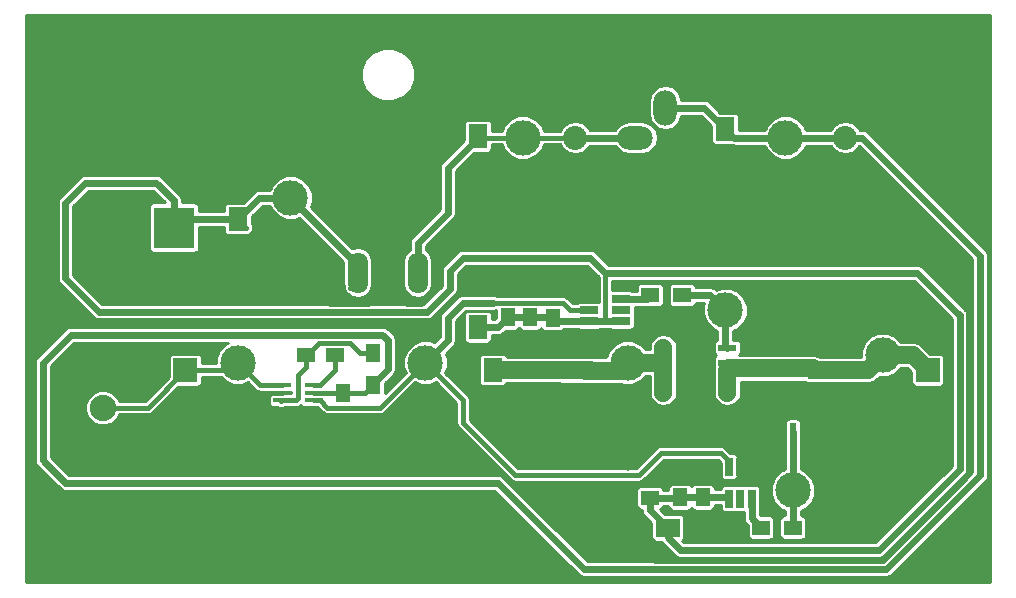
<source format=gbr>
G04 #@! TF.FileFunction,Copper,L1,Top,Signal*
%FSLAX46Y46*%
G04 Gerber Fmt 4.6, Leading zero omitted, Abs format (unit mm)*
G04 Created by KiCad (PCBNEW 4.0.5) date Saturday, January 28, 2017 'PMt' 09:11:23 PM*
%MOMM*%
%LPD*%
G01*
G04 APERTURE LIST*
%ADD10C,0.100000*%
%ADD11O,1.699260X3.500120*%
%ADD12C,2.999740*%
%ADD13R,1.250000X1.500000*%
%ADD14R,2.032000X2.032000*%
%ADD15O,2.032000X2.032000*%
%ADD16R,0.600000X1.550000*%
%ADD17R,1.501140X0.398780*%
%ADD18R,1.500000X1.250000*%
%ADD19R,1.550000X0.600000*%
%ADD20R,1.300000X1.500000*%
%ADD21R,1.560000X0.650000*%
%ADD22R,0.650000X1.560000*%
%ADD23R,1.600000X2.000000*%
%ADD24R,2.000000X1.600000*%
%ADD25R,3.500120X3.500120*%
%ADD26R,1.500000X1.300000*%
%ADD27O,2.999740X1.998980*%
%ADD28O,1.998980X2.999740*%
%ADD29C,2.740000*%
%ADD30C,2.240000*%
%ADD31C,0.600000*%
%ADD32C,0.400000*%
%ADD33C,1.500000*%
%ADD34C,0.254000*%
G04 APERTURE END LIST*
D10*
D11*
X80645000Y-101600000D03*
X78105000Y-101600000D03*
X83185000Y-101600000D03*
D12*
X72390000Y-95250000D03*
X72390000Y-99060000D03*
X72390000Y-102870000D03*
D13*
X76835000Y-111760000D03*
X76835000Y-114260000D03*
D14*
X63500000Y-109855000D03*
D15*
X63500000Y-112395000D03*
D16*
X111125000Y-115095000D03*
X112395000Y-115095000D03*
X113665000Y-115095000D03*
X114935000Y-115095000D03*
X114935000Y-109695000D03*
X113665000Y-109695000D03*
X112395000Y-109695000D03*
X111125000Y-109695000D03*
D17*
X71694040Y-111109760D03*
X71694040Y-111760000D03*
X71694040Y-112410240D03*
X74355960Y-112410240D03*
X74355960Y-111760000D03*
X74355960Y-111109760D03*
D18*
X76200000Y-108585000D03*
X73700000Y-108585000D03*
D19*
X109380000Y-111760000D03*
X109380000Y-110490000D03*
X109380000Y-109220000D03*
X109380000Y-107950000D03*
X103980000Y-107950000D03*
X103980000Y-109220000D03*
X103980000Y-110490000D03*
X103980000Y-111760000D03*
D20*
X79375000Y-111125000D03*
X79375000Y-108425000D03*
D21*
X100410000Y-105725000D03*
X100410000Y-104775000D03*
X100410000Y-103825000D03*
X97710000Y-103825000D03*
X97710000Y-105725000D03*
X97710000Y-104775000D03*
D22*
X109540000Y-120730000D03*
X110490000Y-120730000D03*
X111440000Y-120730000D03*
X111440000Y-118030000D03*
X109540000Y-118030000D03*
X110490000Y-118030000D03*
D23*
X67945000Y-97060000D03*
X67945000Y-101060000D03*
X88265000Y-90075000D03*
X88265000Y-94075000D03*
D24*
X104330000Y-123190000D03*
X100330000Y-123190000D03*
D23*
X88265000Y-106235000D03*
X88265000Y-102235000D03*
X109220000Y-89440000D03*
X109220000Y-93440000D03*
D18*
X102830000Y-120650000D03*
X100330000Y-120650000D03*
D13*
X90805000Y-105370000D03*
X90805000Y-102870000D03*
X105410000Y-120630000D03*
X105410000Y-118130000D03*
X92710000Y-105370000D03*
X92710000Y-102870000D03*
X107315000Y-120630000D03*
X107315000Y-118130000D03*
X94615000Y-105410000D03*
X94615000Y-102910000D03*
X116840000Y-109855000D03*
X116840000Y-112355000D03*
X119380000Y-109855000D03*
X119380000Y-112355000D03*
X97790000Y-109895000D03*
X97790000Y-112395000D03*
X95885000Y-109875000D03*
X95885000Y-112375000D03*
X93980000Y-109855000D03*
X93980000Y-112355000D03*
X92075000Y-109855000D03*
X92075000Y-112355000D03*
D23*
X89535000Y-109855000D03*
X89535000Y-113855000D03*
D25*
X62514480Y-97790000D03*
X56515000Y-97790000D03*
X59514740Y-102489000D03*
D14*
X96520000Y-92710000D03*
D15*
X96520000Y-90170000D03*
D14*
X119380000Y-92710000D03*
D15*
X119380000Y-90170000D03*
D14*
X126365000Y-109855000D03*
D15*
X126365000Y-112395000D03*
D26*
X105570000Y-103505000D03*
X102870000Y-103505000D03*
D12*
X67945000Y-109220000D03*
X67945000Y-113030000D03*
X67945000Y-116840000D03*
X92075000Y-90170000D03*
X92075000Y-93980000D03*
X92075000Y-97790000D03*
X83820000Y-109220000D03*
X83820000Y-113030000D03*
X83820000Y-116840000D03*
X114300000Y-90170000D03*
X114300000Y-93980000D03*
X114300000Y-97790000D03*
X109220000Y-104775000D03*
X113030000Y-104775000D03*
X116840000Y-104775000D03*
X114935000Y-120015000D03*
X118745000Y-120015000D03*
X122555000Y-120015000D03*
X100965000Y-109220000D03*
X100965000Y-113030000D03*
X100965000Y-116840000D03*
X122555000Y-108585000D03*
X122555000Y-112395000D03*
X122555000Y-116205000D03*
D27*
X101600000Y-90170000D03*
D28*
X104140000Y-92710000D03*
X104140000Y-87630000D03*
D26*
X114935000Y-123190000D03*
X112235000Y-123190000D03*
D29*
X53975000Y-115570000D03*
X59055000Y-115570000D03*
X59055000Y-110490000D03*
X53975000Y-110490000D03*
D30*
X56515000Y-113030000D03*
D31*
X83185000Y-101600000D02*
X83185000Y-99060000D01*
X83185000Y-99060000D02*
X85725000Y-96520000D01*
X85725000Y-96520000D02*
X85725000Y-92710000D01*
X85725000Y-92710000D02*
X88265000Y-90170000D01*
X88265000Y-90170000D02*
X88265000Y-90075000D01*
X96520000Y-90170000D02*
X101600000Y-90170000D01*
D32*
X83185000Y-102870000D02*
X83185000Y-99060000D01*
X87725000Y-90075000D02*
X88265000Y-90075000D01*
X95083160Y-90170000D02*
X92075000Y-90170000D01*
X92075000Y-90170000D02*
X88360000Y-90170000D01*
X88360000Y-90170000D02*
X88265000Y-90075000D01*
X96520000Y-90170000D02*
X95083160Y-90170000D01*
X91980000Y-90075000D02*
X92075000Y-90170000D01*
D31*
X119380000Y-90170000D02*
X120816840Y-90170000D01*
X80645000Y-107315000D02*
X80645000Y-109755000D01*
X120816840Y-90170000D02*
X130810000Y-100163160D01*
X130810000Y-100163160D02*
X130810000Y-118745000D01*
X89953649Y-119380000D02*
X53340000Y-119380000D01*
X53340000Y-119380000D02*
X51435000Y-117475000D01*
X51435000Y-109220000D02*
X53795007Y-106859993D01*
X130810000Y-118745000D02*
X122859978Y-126695022D01*
X122859978Y-126695022D02*
X97268671Y-126695022D01*
X97268671Y-126695022D02*
X89953649Y-119380000D01*
X80189993Y-106859993D02*
X80645000Y-107315000D01*
X51435000Y-117475000D02*
X51435000Y-109220000D01*
X53795007Y-106859993D02*
X80189993Y-106859993D01*
X80645000Y-109755000D02*
X79375000Y-111025000D01*
X79375000Y-111025000D02*
X79375000Y-111125000D01*
X114300000Y-90170000D02*
X119380000Y-90170000D01*
X114300000Y-90170000D02*
X109950000Y-90170000D01*
X109950000Y-90170000D02*
X109220000Y-89440000D01*
X104140000Y-87630000D02*
X107410000Y-87630000D01*
X107410000Y-87630000D02*
X109220000Y-89440000D01*
D32*
X76835000Y-111760000D02*
X78740000Y-111760000D01*
X78740000Y-111760000D02*
X79375000Y-111125000D01*
X74355960Y-111760000D02*
X76835000Y-111760000D01*
D31*
X87768614Y-102235000D02*
X88265000Y-102235000D01*
X52539989Y-95350000D02*
X52539990Y-102424955D01*
X74105060Y-92710000D02*
X55179989Y-92710000D01*
X80645000Y-101600000D02*
X80645000Y-99249940D01*
X55855056Y-105740021D02*
X84263593Y-105740021D01*
X52539990Y-102424955D02*
X55855056Y-105740021D01*
X55179989Y-92710000D02*
X52539989Y-95350000D01*
X80645000Y-99249940D02*
X74105060Y-92710000D01*
X84263593Y-105740021D02*
X87768614Y-102235000D01*
X80645000Y-102500430D02*
X82284569Y-104139999D01*
X82284569Y-104139999D02*
X83454110Y-104139999D01*
X83454110Y-104139999D02*
X85090000Y-102504109D01*
X72390000Y-102870000D02*
X74511136Y-102870000D01*
X74511136Y-102870000D02*
X75781136Y-104140000D01*
X79005430Y-104140000D02*
X80645000Y-102500430D01*
X75781136Y-104140000D02*
X79005430Y-104140000D01*
X88545035Y-116840000D02*
X94895035Y-123190000D01*
X98730000Y-123190000D02*
X100330000Y-123190000D01*
X94895035Y-123190000D02*
X98730000Y-123190000D01*
X83820000Y-116840000D02*
X88545035Y-116840000D01*
X85090000Y-102504109D02*
X85090000Y-100965000D01*
X85090000Y-100965000D02*
X88265000Y-97790000D01*
X88265000Y-97790000D02*
X88265000Y-94075000D01*
X85090000Y-102504109D02*
X85090000Y-102480046D01*
X80645000Y-101600000D02*
X80645000Y-102500430D01*
X72390000Y-99060000D02*
X72390000Y-102870000D01*
X67945000Y-101060000D02*
X70580000Y-101060000D01*
X70580000Y-101060000D02*
X72390000Y-102870000D01*
X59514740Y-102489000D02*
X66516000Y-102489000D01*
X66516000Y-102489000D02*
X67945000Y-101060000D01*
X56515000Y-97790000D02*
X56515000Y-100140060D01*
X56515000Y-100140060D02*
X58863940Y-102489000D01*
X58863940Y-102489000D02*
X59514740Y-102489000D01*
X119380000Y-94326000D02*
X129870021Y-104816021D01*
X122528603Y-125895011D02*
X103235011Y-125895011D01*
X129870021Y-104816021D02*
X129870021Y-118553593D01*
X119380000Y-92710000D02*
X119380000Y-94326000D01*
X129870021Y-118553593D02*
X122528603Y-125895011D01*
X100530000Y-123190000D02*
X100330000Y-123190000D01*
X103235011Y-125895011D02*
X100530000Y-123190000D01*
X126365000Y-112395000D02*
X127801840Y-112395000D01*
X127801840Y-112395000D02*
X128270000Y-111926840D01*
X128270000Y-111926840D02*
X128270000Y-107950000D01*
X118961136Y-104775000D02*
X116840000Y-104775000D01*
X128270000Y-107950000D02*
X125095000Y-104775000D01*
X125095000Y-104775000D02*
X118961136Y-104775000D01*
X114300000Y-93980000D02*
X114300000Y-97790000D01*
X88265000Y-94075000D02*
X91980000Y-94075000D01*
X91980000Y-94075000D02*
X92075000Y-93980000D01*
X92075000Y-93980000D02*
X92075000Y-97790000D01*
X96520000Y-92710000D02*
X93345000Y-92710000D01*
X93345000Y-92710000D02*
X92075000Y-93980000D01*
X104140000Y-92710000D02*
X96520000Y-92710000D01*
X104140000Y-92710000D02*
X108490000Y-92710000D01*
X108490000Y-92710000D02*
X109220000Y-93440000D01*
X109220000Y-93440000D02*
X113760000Y-93440000D01*
X113760000Y-93440000D02*
X114300000Y-93980000D01*
X114300000Y-93980000D02*
X118110000Y-93980000D01*
X118110000Y-93980000D02*
X119380000Y-92710000D01*
D32*
X88265000Y-95475000D02*
X88265000Y-94075000D01*
D31*
X90805000Y-102870000D02*
X88900000Y-102870000D01*
X88900000Y-102870000D02*
X88265000Y-102235000D01*
X92710000Y-102870000D02*
X94575000Y-102870000D01*
X94575000Y-102870000D02*
X94615000Y-102910000D01*
X90805000Y-102870000D02*
X92710000Y-102870000D01*
X94615000Y-102910000D02*
X96795000Y-102910000D01*
X96795000Y-102910000D02*
X97710000Y-103825000D01*
X105410000Y-118130000D02*
X104185000Y-118130000D01*
X104185000Y-118130000D02*
X102790001Y-119524999D01*
X102790001Y-119524999D02*
X101455001Y-119524999D01*
X101455001Y-119524999D02*
X100330000Y-120650000D01*
X107315000Y-118130000D02*
X105410000Y-118130000D01*
X111440000Y-118030000D02*
X110490000Y-118030000D01*
X112395000Y-115095000D02*
X112395000Y-117075000D01*
X112395000Y-117075000D02*
X111440000Y-118030000D01*
X111125000Y-115095000D02*
X113665000Y-115095000D01*
X100965000Y-113030000D02*
X103030000Y-115095000D01*
X103030000Y-115095000D02*
X111125000Y-115095000D01*
X116840000Y-104775000D02*
X113030000Y-104775000D01*
X122555000Y-112395000D02*
X122555000Y-116205000D01*
X122555000Y-116205000D02*
X122555000Y-120015000D01*
X118745000Y-120015000D02*
X122555000Y-120015000D01*
X89535000Y-113855000D02*
X90575000Y-113855000D01*
X90575000Y-113855000D02*
X92075000Y-112355000D01*
X93980000Y-112355000D02*
X92075000Y-112355000D01*
X95885000Y-112375000D02*
X94000000Y-112375000D01*
X94000000Y-112375000D02*
X93980000Y-112355000D01*
X97790000Y-112395000D02*
X95905000Y-112395000D01*
X95905000Y-112395000D02*
X95885000Y-112375000D01*
X97790000Y-112395000D02*
X100330000Y-112395000D01*
X100330000Y-112395000D02*
X100965000Y-113030000D01*
X100965000Y-116840000D02*
X100965000Y-113030000D01*
X122555000Y-112395000D02*
X126365000Y-112395000D01*
X112395000Y-115095000D02*
X111125000Y-115095000D01*
X113665000Y-115095000D02*
X112395000Y-115095000D01*
X116840000Y-112355000D02*
X115030000Y-112355000D01*
X115030000Y-112355000D02*
X113665000Y-113720000D01*
X113665000Y-113720000D02*
X113665000Y-115095000D01*
X119380000Y-112355000D02*
X116840000Y-112355000D01*
X122555000Y-112395000D02*
X119420000Y-112395000D01*
X119420000Y-112395000D02*
X119380000Y-112355000D01*
D32*
X83820000Y-116840000D02*
X83820000Y-113030000D01*
X67945000Y-101060000D02*
X67945000Y-101260000D01*
X94615000Y-102910000D02*
X96715000Y-102910000D01*
X96715000Y-102910000D02*
X97630000Y-103825000D01*
X76835000Y-114260000D02*
X69175000Y-114260000D01*
X69175000Y-114260000D02*
X67945000Y-113030000D01*
X71694040Y-111760000D02*
X69215000Y-111760000D01*
X69215000Y-111760000D02*
X67945000Y-113030000D01*
X67945000Y-116840000D02*
X82550000Y-116840000D01*
X88360000Y-93980000D02*
X88265000Y-94075000D01*
X59514740Y-102489000D02*
X66716000Y-102489000D01*
X66716000Y-102489000D02*
X67945000Y-101260000D01*
X108440000Y-119380000D02*
X110320000Y-119380000D01*
X110320000Y-119380000D02*
X110490000Y-119210000D01*
X110490000Y-119210000D02*
X110490000Y-118030000D01*
X107315000Y-118130000D02*
X107315000Y-118255000D01*
X107315000Y-118255000D02*
X108440000Y-119380000D01*
X67945000Y-113030000D02*
X67945000Y-116840000D01*
X63500000Y-112395000D02*
X67310000Y-112395000D01*
X67310000Y-112395000D02*
X67945000Y-113030000D01*
X59055000Y-115570000D02*
X60325000Y-115570000D01*
X60325000Y-115570000D02*
X63500000Y-112395000D01*
X59055000Y-110490000D02*
X53975000Y-110490000D01*
X53975000Y-110490000D02*
X53975000Y-115570000D01*
X53975000Y-115570000D02*
X59055000Y-115570000D01*
X100330000Y-120650000D02*
X100330000Y-123190000D01*
X71694040Y-111109760D02*
X69834760Y-111109760D01*
X69834760Y-111109760D02*
X67945000Y-109220000D01*
X68564760Y-109839760D02*
X67945000Y-109220000D01*
X63500000Y-109855000D02*
X67310000Y-109855000D01*
X67310000Y-109855000D02*
X67945000Y-109220000D01*
X56515000Y-113030000D02*
X60325000Y-113030000D01*
X60325000Y-113030000D02*
X63500000Y-109855000D01*
D31*
X97710000Y-105725000D02*
X100410000Y-105725000D01*
X94615000Y-105410000D02*
X94930000Y-105725000D01*
X94930000Y-105725000D02*
X97710000Y-105725000D01*
X90805000Y-105370000D02*
X94575000Y-105370000D01*
X94575000Y-105370000D02*
X94615000Y-105410000D01*
X88265000Y-106235000D02*
X89940000Y-106235000D01*
X89940000Y-106235000D02*
X90805000Y-105370000D01*
X83932219Y-104940009D02*
X85890011Y-102982217D01*
X62514480Y-95439940D02*
X61054540Y-93980000D01*
X61054540Y-93980000D02*
X55041375Y-93980000D01*
X62514480Y-97790000D02*
X62514480Y-95439940D01*
X85890011Y-102982217D02*
X85890011Y-101434989D01*
X85890011Y-101434989D02*
X86995000Y-100330000D01*
X56186430Y-104940009D02*
X83932219Y-104940009D01*
X53340000Y-102093579D02*
X56186430Y-104940009D01*
X53340000Y-95681375D02*
X53340000Y-102093579D01*
X55041375Y-93980000D02*
X53340000Y-95681375D01*
X97790000Y-100330000D02*
X99060000Y-101600000D01*
X86995000Y-100330000D02*
X97790000Y-100330000D01*
X72390000Y-95250000D02*
X78105000Y-100965000D01*
X78105000Y-100965000D02*
X78105000Y-101600000D01*
X128970011Y-105120046D02*
X129070011Y-105220046D01*
X105410000Y-125095000D02*
X104330000Y-124015000D01*
X104330000Y-124015000D02*
X104330000Y-123190000D01*
X129070011Y-105220046D02*
X129070011Y-118222217D01*
X129070011Y-118222217D02*
X122197228Y-125095000D01*
X122197228Y-125095000D02*
X105410000Y-125095000D01*
D32*
X128870012Y-105020049D02*
X128970011Y-105120046D01*
D31*
X125449965Y-101600000D02*
X128870012Y-105020047D01*
X128870012Y-105020047D02*
X128870012Y-105020049D01*
X99060000Y-101600000D02*
X125449965Y-101600000D01*
X67945000Y-97060000D02*
X63244480Y-97060000D01*
X63244480Y-97060000D02*
X62514480Y-97790000D01*
X72390000Y-95250000D02*
X69755000Y-95250000D01*
X69755000Y-95250000D02*
X67945000Y-97060000D01*
X102830000Y-120650000D02*
X102830000Y-121690000D01*
X102830000Y-121690000D02*
X104330000Y-123190000D01*
X107315000Y-120630000D02*
X109440000Y-120630000D01*
X109440000Y-120630000D02*
X109540000Y-120730000D01*
X105410000Y-120630000D02*
X107315000Y-120630000D01*
X102830000Y-120650000D02*
X105390000Y-120650000D01*
X105390000Y-120650000D02*
X105410000Y-120630000D01*
D32*
X72390000Y-95250000D02*
X74930000Y-97790000D01*
X78105000Y-101600000D02*
X78105000Y-102235000D01*
X78105000Y-102235000D02*
X77470000Y-102870000D01*
X99060000Y-101600000D02*
X99060000Y-105725000D01*
X97630000Y-105725000D02*
X99060000Y-105725000D01*
X99060000Y-105725000D02*
X100330000Y-105725000D01*
X68675000Y-97790000D02*
X67945000Y-97060000D01*
X104130000Y-123190000D02*
X104330000Y-123190000D01*
X90805000Y-105370000D02*
X92710000Y-105370000D01*
X92710000Y-105370000D02*
X94575000Y-105370000D01*
X97630000Y-105725000D02*
X94930000Y-105725000D01*
X74355960Y-111109760D02*
X74907140Y-111109760D01*
X74907140Y-111109760D02*
X76200000Y-109816900D01*
X76200000Y-109816900D02*
X76200000Y-108585000D01*
X79375000Y-108425000D02*
X78325000Y-108425000D01*
X74850000Y-107560000D02*
X73825000Y-108585000D01*
X78325000Y-108425000D02*
X77459999Y-107559999D01*
X77459999Y-107559999D02*
X74850000Y-107560000D01*
X73825000Y-108585000D02*
X73700000Y-108585000D01*
X73025000Y-112229850D02*
X73025000Y-110285000D01*
X73025000Y-110285000D02*
X73700000Y-109610000D01*
X73700000Y-109610000D02*
X73700000Y-108585000D01*
X71694040Y-112410240D02*
X72844611Y-112410239D01*
X72844611Y-112410239D02*
X73025000Y-112229850D01*
X71595000Y-112509280D02*
X71694040Y-112410240D01*
D33*
X122555000Y-108585000D02*
X125095000Y-108585000D01*
X125095000Y-108585000D02*
X126365000Y-109855000D01*
X119380000Y-109855000D02*
X121285000Y-109855000D01*
X121285000Y-109855000D02*
X122555000Y-108585000D01*
X119380000Y-109855000D02*
X116840000Y-109855000D01*
X114935000Y-109695000D02*
X116680000Y-109695000D01*
X116680000Y-109695000D02*
X116840000Y-109855000D01*
X109380000Y-109855000D02*
X109380000Y-111760000D01*
X109380000Y-109855000D02*
X109540000Y-109695000D01*
X109540000Y-109695000D02*
X114935000Y-109695000D01*
D31*
X113665000Y-109695000D02*
X114935000Y-109695000D01*
X112395000Y-109695000D02*
X113665000Y-109695000D01*
X111125000Y-109695000D02*
X112395000Y-109695000D01*
D32*
X109380000Y-109855000D02*
X109380000Y-109220000D01*
X109380000Y-110490000D02*
X109380000Y-109855000D01*
X109380000Y-111760000D02*
X109380000Y-110490000D01*
X109380000Y-109855000D02*
X110965000Y-109855000D01*
X110965000Y-109855000D02*
X111125000Y-109695000D01*
D33*
X103980000Y-107950000D02*
X103980000Y-111760000D01*
X100965000Y-109220000D02*
X103980000Y-109220000D01*
X97790000Y-109895000D02*
X100290000Y-109895000D01*
X100290000Y-109895000D02*
X100965000Y-109220000D01*
X95885000Y-109875000D02*
X97770000Y-109875000D01*
X97770000Y-109875000D02*
X97790000Y-109895000D01*
X93980000Y-109855000D02*
X95865000Y-109855000D01*
X95865000Y-109855000D02*
X95885000Y-109875000D01*
X92075000Y-109855000D02*
X93980000Y-109855000D01*
X89535000Y-109855000D02*
X92075000Y-109855000D01*
D31*
X103980000Y-111760000D02*
X103980000Y-110490000D01*
X103980000Y-110490000D02*
X103980000Y-109220000D01*
X103980000Y-107950000D02*
X103980000Y-109220000D01*
D32*
X92075000Y-109855000D02*
X90360000Y-109855000D01*
X90360000Y-109855000D02*
X89535000Y-109030000D01*
D31*
X83820000Y-109220000D02*
X85725000Y-107315000D01*
X85725000Y-107315000D02*
X85725000Y-105410000D01*
X85725000Y-105410000D02*
X86995000Y-104140000D01*
X86995000Y-104140000D02*
X89535000Y-104140000D01*
D32*
X103766810Y-116850000D02*
X101871810Y-118745000D01*
X109540000Y-118030000D02*
X109540000Y-117575000D01*
X108815000Y-116850000D02*
X103766810Y-116850000D01*
X86995000Y-114300000D02*
X86995000Y-112395000D01*
X85319869Y-110719869D02*
X83820000Y-109220000D01*
X91440000Y-118745000D02*
X86995000Y-114300000D01*
X109540000Y-117575000D02*
X108815000Y-116850000D01*
X101871810Y-118745000D02*
X91440000Y-118745000D01*
X86995000Y-112395000D02*
X85319869Y-110719869D01*
X80010000Y-113030000D02*
X82320131Y-110719869D01*
X82320131Y-110719869D02*
X83820000Y-109220000D01*
X74355960Y-112410240D02*
X74907140Y-112410240D01*
X74907140Y-112410240D02*
X75526900Y-113030000D01*
X75526900Y-113030000D02*
X80010000Y-113030000D01*
X95440002Y-104140000D02*
X89535000Y-104140000D01*
X97630000Y-104775000D02*
X96075002Y-104775000D01*
X96075002Y-104775000D02*
X95440002Y-104140000D01*
D31*
X109220000Y-104775000D02*
X109220000Y-107790000D01*
X109220000Y-107790000D02*
X109380000Y-107950000D01*
X105570000Y-103505000D02*
X107950000Y-103505000D01*
X107950000Y-103505000D02*
X109220000Y-104775000D01*
X114935000Y-120015000D02*
X114935000Y-123190000D01*
X114935000Y-115095000D02*
X114935000Y-120015000D01*
X100410000Y-103825000D02*
X102550000Y-103825000D01*
X102550000Y-103825000D02*
X102870000Y-103505000D01*
D32*
X100330000Y-103825000D02*
X102550000Y-103825000D01*
D31*
X111440000Y-120730000D02*
X111440000Y-122395000D01*
X111440000Y-122395000D02*
X112235000Y-123190000D01*
D34*
G36*
X131628000Y-127818000D02*
X49982000Y-127818000D01*
X49982000Y-109220000D01*
X50758000Y-109220000D01*
X50758000Y-117475000D01*
X50809534Y-117734077D01*
X50956289Y-117953711D01*
X52861289Y-119858711D01*
X53080923Y-120005466D01*
X53340000Y-120057000D01*
X89673227Y-120057000D01*
X96789959Y-127173733D01*
X96899777Y-127247111D01*
X97009594Y-127320488D01*
X97268671Y-127372022D01*
X122859978Y-127372022D01*
X123119055Y-127320488D01*
X123338689Y-127173733D01*
X131288711Y-119223711D01*
X131335958Y-119153001D01*
X131435466Y-119004077D01*
X131487000Y-118745000D01*
X131487000Y-100163160D01*
X131435466Y-99904083D01*
X131323825Y-99737000D01*
X131288711Y-99684448D01*
X121295551Y-89691289D01*
X121075917Y-89544534D01*
X120816840Y-89493000D01*
X120598089Y-89493000D01*
X120392290Y-89185000D01*
X119940368Y-88883036D01*
X119407290Y-88777000D01*
X119352710Y-88777000D01*
X118819632Y-88883036D01*
X118367710Y-89185000D01*
X118161911Y-89493000D01*
X116051046Y-89493000D01*
X115892061Y-89108228D01*
X115364550Y-88579795D01*
X114674970Y-88293457D01*
X113928305Y-88292805D01*
X113238228Y-88577939D01*
X112709795Y-89105450D01*
X112548871Y-89493000D01*
X110404385Y-89493000D01*
X110404385Y-88440000D01*
X110378097Y-88300292D01*
X110295530Y-88171980D01*
X110169547Y-88085899D01*
X110020000Y-88055615D01*
X108793037Y-88055615D01*
X107888711Y-87151289D01*
X107831877Y-87113314D01*
X107669077Y-87004534D01*
X107410000Y-86953000D01*
X105488672Y-86953000D01*
X105411711Y-86566090D01*
X105113325Y-86119525D01*
X104666760Y-85821139D01*
X104140000Y-85716360D01*
X103613240Y-85821139D01*
X103166675Y-86119525D01*
X102868289Y-86566090D01*
X102763510Y-87092850D01*
X102763510Y-88167150D01*
X102868289Y-88693910D01*
X103166675Y-89140475D01*
X103613240Y-89438861D01*
X104140000Y-89543640D01*
X104666760Y-89438861D01*
X105113325Y-89140475D01*
X105411711Y-88693910D01*
X105488672Y-88307000D01*
X107129578Y-88307000D01*
X108035615Y-89213038D01*
X108035615Y-90440000D01*
X108061903Y-90579708D01*
X108144470Y-90708020D01*
X108270453Y-90794101D01*
X108420000Y-90824385D01*
X109836308Y-90824385D01*
X109950000Y-90847000D01*
X112548954Y-90847000D01*
X112707939Y-91231772D01*
X113235450Y-91760205D01*
X113925030Y-92046543D01*
X114671695Y-92047195D01*
X115361772Y-91762061D01*
X115890205Y-91234550D01*
X116051129Y-90847000D01*
X118161911Y-90847000D01*
X118367710Y-91155000D01*
X118819632Y-91456964D01*
X119352710Y-91563000D01*
X119407290Y-91563000D01*
X119940368Y-91456964D01*
X120392290Y-91155000D01*
X120573387Y-90883969D01*
X130133000Y-100443583D01*
X130133000Y-118464578D01*
X122579556Y-126018022D01*
X97549094Y-126018022D01*
X90432360Y-118901289D01*
X90352133Y-118847683D01*
X90212726Y-118754534D01*
X89953649Y-118703000D01*
X53620422Y-118703000D01*
X52112000Y-117194578D01*
X52112000Y-109500422D01*
X54075429Y-107536993D01*
X67103334Y-107536993D01*
X66883228Y-107627939D01*
X66354795Y-108155450D01*
X66068457Y-108845030D01*
X66068079Y-109278000D01*
X64900385Y-109278000D01*
X64900385Y-108839000D01*
X64874097Y-108699292D01*
X64791530Y-108570980D01*
X64665547Y-108484899D01*
X64516000Y-108454615D01*
X62484000Y-108454615D01*
X62344292Y-108480903D01*
X62215980Y-108563470D01*
X62129899Y-108689453D01*
X62099615Y-108839000D01*
X62099615Y-110439383D01*
X60085998Y-112453000D01*
X57896345Y-112453000D01*
X57784835Y-112183125D01*
X57364090Y-111761645D01*
X56814078Y-111533260D01*
X56218535Y-111532741D01*
X55668125Y-111760165D01*
X55246645Y-112180910D01*
X55018260Y-112730922D01*
X55017741Y-113326465D01*
X55245165Y-113876875D01*
X55665910Y-114298355D01*
X56215922Y-114526740D01*
X56811465Y-114527259D01*
X57361875Y-114299835D01*
X57783355Y-113879090D01*
X57896337Y-113607000D01*
X60324995Y-113607000D01*
X60325000Y-113607001D01*
X60545808Y-113563078D01*
X60733001Y-113438001D01*
X62915617Y-111255385D01*
X64516000Y-111255385D01*
X64655708Y-111229097D01*
X64784020Y-111146530D01*
X64870101Y-111020547D01*
X64900385Y-110871000D01*
X64900385Y-110432000D01*
X66502905Y-110432000D01*
X66880450Y-110810205D01*
X67570030Y-111096543D01*
X68316695Y-111097195D01*
X68804597Y-110895598D01*
X69426757Y-111517758D01*
X69426759Y-111517761D01*
X69555394Y-111603711D01*
X69613952Y-111642838D01*
X69834760Y-111686760D01*
X70910014Y-111686760D01*
X70943470Y-111693535D01*
X72444610Y-111693535D01*
X72448000Y-111692897D01*
X72448000Y-111827151D01*
X72444610Y-111826465D01*
X70943470Y-111826465D01*
X70803762Y-111852753D01*
X70675450Y-111935320D01*
X70589369Y-112061303D01*
X70559085Y-112210850D01*
X70559085Y-112609630D01*
X70585373Y-112749338D01*
X70667940Y-112877650D01*
X70793923Y-112963731D01*
X70943470Y-112994015D01*
X71301841Y-112994015D01*
X71374192Y-113042358D01*
X71595000Y-113086281D01*
X71815808Y-113042358D01*
X71888159Y-112994015D01*
X72444610Y-112994015D01*
X72480619Y-112987239D01*
X72844606Y-112987239D01*
X72844611Y-112987240D01*
X73065419Y-112943317D01*
X73252612Y-112818240D01*
X73276353Y-112794499D01*
X73329860Y-112877650D01*
X73455843Y-112963731D01*
X73605390Y-112994015D01*
X74674913Y-112994015D01*
X75118899Y-113438001D01*
X75306092Y-113563078D01*
X75526900Y-113607001D01*
X75526905Y-113607000D01*
X80009995Y-113607000D01*
X80010000Y-113607001D01*
X80230808Y-113563078D01*
X80418001Y-113438001D01*
X82728129Y-111127872D01*
X82728132Y-111127870D01*
X82960608Y-110895394D01*
X83445030Y-111096543D01*
X84191695Y-111097195D01*
X84679596Y-110895598D01*
X86418000Y-112634002D01*
X86418000Y-114299995D01*
X86417999Y-114300000D01*
X86461922Y-114520808D01*
X86586999Y-114708001D01*
X91031997Y-119152998D01*
X91031999Y-119153001D01*
X91219192Y-119278078D01*
X91440000Y-119322000D01*
X101871805Y-119322000D01*
X101871810Y-119322001D01*
X102092618Y-119278078D01*
X102279811Y-119153001D01*
X104005811Y-117427000D01*
X108575998Y-117427000D01*
X108830615Y-117681616D01*
X108830615Y-118810000D01*
X108856903Y-118949708D01*
X108939470Y-119078020D01*
X109065453Y-119164101D01*
X109215000Y-119194385D01*
X109865000Y-119194385D01*
X110004708Y-119168097D01*
X110133020Y-119085530D01*
X110219101Y-118959547D01*
X110249385Y-118810000D01*
X110249385Y-117250000D01*
X110223097Y-117110292D01*
X110140530Y-116981980D01*
X110014547Y-116895899D01*
X109865000Y-116865615D01*
X109646616Y-116865615D01*
X109223001Y-116441999D01*
X109035808Y-116316922D01*
X108815000Y-116272999D01*
X108814995Y-116273000D01*
X103766815Y-116273000D01*
X103766810Y-116272999D01*
X103546002Y-116316922D01*
X103358809Y-116441999D01*
X103358807Y-116442002D01*
X101632808Y-118168000D01*
X91679001Y-118168000D01*
X87572000Y-114060998D01*
X87572000Y-112395005D01*
X87572001Y-112395000D01*
X87528078Y-112174192D01*
X87403001Y-111986999D01*
X85495394Y-110079392D01*
X85696543Y-109594970D01*
X85697189Y-108855000D01*
X88350615Y-108855000D01*
X88350615Y-110855000D01*
X88376903Y-110994708D01*
X88459470Y-111123020D01*
X88585453Y-111209101D01*
X88735000Y-111239385D01*
X90335000Y-111239385D01*
X90474708Y-111213097D01*
X90603020Y-111130530D01*
X90689101Y-111004547D01*
X90693667Y-110982000D01*
X91413532Y-110982000D01*
X91450000Y-110989385D01*
X92700000Y-110989385D01*
X92739248Y-110982000D01*
X93318532Y-110982000D01*
X93355000Y-110989385D01*
X94605000Y-110989385D01*
X94644248Y-110982000D01*
X95124769Y-110982000D01*
X95260000Y-111009385D01*
X96510000Y-111009385D01*
X96549248Y-111002000D01*
X97029769Y-111002000D01*
X97165000Y-111029385D01*
X98415000Y-111029385D01*
X98454248Y-111022000D01*
X100290000Y-111022000D01*
X100371479Y-111005793D01*
X100590030Y-111096543D01*
X101336695Y-111097195D01*
X102026772Y-110812061D01*
X102492646Y-110347000D01*
X102820615Y-110347000D01*
X102820615Y-110790000D01*
X102846903Y-110929708D01*
X102853000Y-110939183D01*
X102853000Y-111307378D01*
X102850899Y-111310453D01*
X102820615Y-111460000D01*
X102820615Y-112060000D01*
X102846903Y-112199708D01*
X102929470Y-112328020D01*
X103055453Y-112414101D01*
X103092711Y-112421646D01*
X103183091Y-112556909D01*
X103548716Y-112801212D01*
X103980000Y-112887000D01*
X104411284Y-112801212D01*
X104776909Y-112556909D01*
X104866058Y-112423488D01*
X104894708Y-112418097D01*
X105023020Y-112335530D01*
X105109101Y-112209547D01*
X105139385Y-112060000D01*
X105139385Y-111460000D01*
X105113097Y-111320292D01*
X105107000Y-111310817D01*
X105107000Y-110942622D01*
X105109101Y-110939547D01*
X105139385Y-110790000D01*
X105139385Y-110190000D01*
X105113097Y-110050292D01*
X105107000Y-110040817D01*
X105107000Y-109672622D01*
X105109101Y-109669547D01*
X105139385Y-109520000D01*
X105139385Y-108920000D01*
X105113097Y-108780292D01*
X105107000Y-108770817D01*
X105107000Y-108402622D01*
X105109101Y-108399547D01*
X105139385Y-108250000D01*
X105139385Y-107650000D01*
X105113097Y-107510292D01*
X105030530Y-107381980D01*
X104904547Y-107295899D01*
X104867289Y-107288354D01*
X104776909Y-107153091D01*
X104411284Y-106908788D01*
X103980000Y-106823000D01*
X103548716Y-106908788D01*
X103183091Y-107153091D01*
X103093942Y-107286512D01*
X103065292Y-107291903D01*
X102936980Y-107374470D01*
X102850899Y-107500453D01*
X102820615Y-107650000D01*
X102820615Y-108093000D01*
X102491947Y-108093000D01*
X102029550Y-107629795D01*
X101339970Y-107343457D01*
X100593305Y-107342805D01*
X99903228Y-107627939D01*
X99374795Y-108155450D01*
X99120443Y-108768000D01*
X98451468Y-108768000D01*
X98415000Y-108760615D01*
X97833420Y-108760615D01*
X97770000Y-108748000D01*
X96546468Y-108748000D01*
X96510000Y-108740615D01*
X95928420Y-108740615D01*
X95865000Y-108728000D01*
X94641468Y-108728000D01*
X94605000Y-108720615D01*
X93355000Y-108720615D01*
X93315752Y-108728000D01*
X92736468Y-108728000D01*
X92700000Y-108720615D01*
X91450000Y-108720615D01*
X91410752Y-108728000D01*
X90695488Y-108728000D01*
X90693097Y-108715292D01*
X90610530Y-108586980D01*
X90484547Y-108500899D01*
X90335000Y-108470615D01*
X89623558Y-108470615D01*
X89535000Y-108452999D01*
X89446442Y-108470615D01*
X88735000Y-108470615D01*
X88595292Y-108496903D01*
X88466980Y-108579470D01*
X88380899Y-108705453D01*
X88350615Y-108855000D01*
X85697189Y-108855000D01*
X85697195Y-108848305D01*
X85536947Y-108460475D01*
X86203711Y-107793711D01*
X86207466Y-107788091D01*
X86350466Y-107574077D01*
X86402000Y-107315000D01*
X86402000Y-105690422D01*
X87275422Y-104817000D01*
X89535000Y-104817000D01*
X89794077Y-104765466D01*
X89795615Y-104764438D01*
X89795615Y-105421963D01*
X89659578Y-105558000D01*
X89449385Y-105558000D01*
X89449385Y-105235000D01*
X89423097Y-105095292D01*
X89340530Y-104966980D01*
X89214547Y-104880899D01*
X89065000Y-104850615D01*
X87465000Y-104850615D01*
X87325292Y-104876903D01*
X87196980Y-104959470D01*
X87110899Y-105085453D01*
X87080615Y-105235000D01*
X87080615Y-107235000D01*
X87106903Y-107374708D01*
X87189470Y-107503020D01*
X87315453Y-107589101D01*
X87465000Y-107619385D01*
X89065000Y-107619385D01*
X89204708Y-107593097D01*
X89333020Y-107510530D01*
X89419101Y-107384547D01*
X89449385Y-107235000D01*
X89449385Y-106912000D01*
X89940000Y-106912000D01*
X90199077Y-106860466D01*
X90418711Y-106713711D01*
X90628037Y-106504385D01*
X91430000Y-106504385D01*
X91569708Y-106478097D01*
X91698020Y-106395530D01*
X91757905Y-106307886D01*
X91809470Y-106388020D01*
X91935453Y-106474101D01*
X92085000Y-106504385D01*
X93335000Y-106504385D01*
X93474708Y-106478097D01*
X93603020Y-106395530D01*
X93649649Y-106327286D01*
X93714470Y-106428020D01*
X93840453Y-106514101D01*
X93990000Y-106544385D01*
X95240000Y-106544385D01*
X95379708Y-106518097D01*
X95508020Y-106435530D01*
X95530930Y-106402000D01*
X96777378Y-106402000D01*
X96780453Y-106404101D01*
X96930000Y-106434385D01*
X98490000Y-106434385D01*
X98629708Y-106408097D01*
X98639183Y-106402000D01*
X99477378Y-106402000D01*
X99480453Y-106404101D01*
X99630000Y-106434385D01*
X101190000Y-106434385D01*
X101329708Y-106408097D01*
X101458020Y-106325530D01*
X101544101Y-106199547D01*
X101574385Y-106050000D01*
X101574385Y-105400000D01*
X101548097Y-105260292D01*
X101542598Y-105251747D01*
X101544101Y-105249547D01*
X101574385Y-105100000D01*
X101574385Y-104502000D01*
X101960060Y-104502000D01*
X101970453Y-104509101D01*
X102120000Y-104539385D01*
X103620000Y-104539385D01*
X103759708Y-104513097D01*
X103888020Y-104430530D01*
X103974101Y-104304547D01*
X104004385Y-104155000D01*
X104004385Y-102855000D01*
X104435615Y-102855000D01*
X104435615Y-104155000D01*
X104461903Y-104294708D01*
X104544470Y-104423020D01*
X104670453Y-104509101D01*
X104820000Y-104539385D01*
X106320000Y-104539385D01*
X106459708Y-104513097D01*
X106588020Y-104430530D01*
X106674101Y-104304547D01*
X106698917Y-104182000D01*
X107433991Y-104182000D01*
X107343457Y-104400030D01*
X107342805Y-105146695D01*
X107627939Y-105836772D01*
X108155450Y-106365205D01*
X108543000Y-106526129D01*
X108543000Y-107277281D01*
X108465292Y-107291903D01*
X108336980Y-107374470D01*
X108250899Y-107500453D01*
X108220615Y-107650000D01*
X108220615Y-108250000D01*
X108246903Y-108389708D01*
X108329470Y-108518020D01*
X108428420Y-108585630D01*
X108336980Y-108644470D01*
X108250899Y-108770453D01*
X108220615Y-108920000D01*
X108220615Y-109520000D01*
X108246903Y-109659708D01*
X108281234Y-109713059D01*
X108253000Y-109855000D01*
X108253000Y-110037378D01*
X108250899Y-110040453D01*
X108220615Y-110190000D01*
X108220615Y-110790000D01*
X108246903Y-110929708D01*
X108253000Y-110939183D01*
X108253000Y-111307378D01*
X108250899Y-111310453D01*
X108220615Y-111460000D01*
X108220615Y-112060000D01*
X108246903Y-112199708D01*
X108329470Y-112328020D01*
X108455453Y-112414101D01*
X108492711Y-112421646D01*
X108583091Y-112556909D01*
X108948716Y-112801212D01*
X109380000Y-112887000D01*
X109811284Y-112801212D01*
X110176909Y-112556909D01*
X110266058Y-112423488D01*
X110294708Y-112418097D01*
X110423020Y-112335530D01*
X110509101Y-112209547D01*
X110539385Y-112060000D01*
X110539385Y-111460000D01*
X110513097Y-111320292D01*
X110507000Y-111310817D01*
X110507000Y-110942622D01*
X110509101Y-110939547D01*
X110532905Y-110822000D01*
X110672378Y-110822000D01*
X110675453Y-110824101D01*
X110825000Y-110854385D01*
X111425000Y-110854385D01*
X111564708Y-110828097D01*
X111574183Y-110822000D01*
X111942378Y-110822000D01*
X111945453Y-110824101D01*
X112095000Y-110854385D01*
X112695000Y-110854385D01*
X112834708Y-110828097D01*
X112844183Y-110822000D01*
X113212378Y-110822000D01*
X113215453Y-110824101D01*
X113365000Y-110854385D01*
X113965000Y-110854385D01*
X114104708Y-110828097D01*
X114114183Y-110822000D01*
X114482378Y-110822000D01*
X114485453Y-110824101D01*
X114635000Y-110854385D01*
X115235000Y-110854385D01*
X115374708Y-110828097D01*
X115384183Y-110822000D01*
X115906639Y-110822000D01*
X115939470Y-110873020D01*
X116065453Y-110959101D01*
X116215000Y-110989385D01*
X117465000Y-110989385D01*
X117504248Y-110982000D01*
X118718532Y-110982000D01*
X118755000Y-110989385D01*
X120005000Y-110989385D01*
X120044248Y-110982000D01*
X121285000Y-110982000D01*
X121716284Y-110896212D01*
X122081909Y-110651909D01*
X122272195Y-110461623D01*
X122926695Y-110462195D01*
X123616772Y-110177061D01*
X124082646Y-109712000D01*
X124628182Y-109712000D01*
X124964615Y-110048434D01*
X124964615Y-110871000D01*
X124990903Y-111010708D01*
X125073470Y-111139020D01*
X125199453Y-111225101D01*
X125349000Y-111255385D01*
X127381000Y-111255385D01*
X127520708Y-111229097D01*
X127649020Y-111146530D01*
X127735101Y-111020547D01*
X127765385Y-110871000D01*
X127765385Y-108839000D01*
X127739097Y-108699292D01*
X127656530Y-108570980D01*
X127530547Y-108484899D01*
X127381000Y-108454615D01*
X126558434Y-108454615D01*
X125891909Y-107788091D01*
X125526284Y-107543788D01*
X125095000Y-107458000D01*
X124081947Y-107458000D01*
X123619550Y-106994795D01*
X122929970Y-106708457D01*
X122183305Y-106707805D01*
X121493228Y-106992939D01*
X120964795Y-107520450D01*
X120678457Y-108210030D01*
X120678005Y-108728000D01*
X120041468Y-108728000D01*
X120005000Y-108720615D01*
X118755000Y-108720615D01*
X118715752Y-108728000D01*
X117501468Y-108728000D01*
X117465000Y-108720615D01*
X117211298Y-108720615D01*
X117111284Y-108653788D01*
X116680000Y-108568000D01*
X115387622Y-108568000D01*
X115384547Y-108565899D01*
X115235000Y-108535615D01*
X114635000Y-108535615D01*
X114495292Y-108561903D01*
X114485817Y-108568000D01*
X114117622Y-108568000D01*
X114114547Y-108565899D01*
X113965000Y-108535615D01*
X113365000Y-108535615D01*
X113225292Y-108561903D01*
X113215817Y-108568000D01*
X112847622Y-108568000D01*
X112844547Y-108565899D01*
X112695000Y-108535615D01*
X112095000Y-108535615D01*
X111955292Y-108561903D01*
X111945817Y-108568000D01*
X111577622Y-108568000D01*
X111574547Y-108565899D01*
X111425000Y-108535615D01*
X110825000Y-108535615D01*
X110685292Y-108561903D01*
X110675817Y-108568000D01*
X110357020Y-108568000D01*
X110423020Y-108525530D01*
X110509101Y-108399547D01*
X110539385Y-108250000D01*
X110539385Y-107650000D01*
X110513097Y-107510292D01*
X110430530Y-107381980D01*
X110304547Y-107295899D01*
X110155000Y-107265615D01*
X109897000Y-107265615D01*
X109897000Y-106526046D01*
X110281772Y-106367061D01*
X110810205Y-105839550D01*
X111096543Y-105149970D01*
X111097195Y-104403305D01*
X110812061Y-103713228D01*
X110284550Y-103184795D01*
X109594970Y-102898457D01*
X108848305Y-102897805D01*
X108460475Y-103058053D01*
X108428711Y-103026289D01*
X108406597Y-103011513D01*
X108209077Y-102879534D01*
X107950000Y-102828000D01*
X106699305Y-102828000D01*
X106678097Y-102715292D01*
X106595530Y-102586980D01*
X106469547Y-102500899D01*
X106320000Y-102470615D01*
X104820000Y-102470615D01*
X104680292Y-102496903D01*
X104551980Y-102579470D01*
X104465899Y-102705453D01*
X104435615Y-102855000D01*
X104004385Y-102855000D01*
X103978097Y-102715292D01*
X103895530Y-102586980D01*
X103769547Y-102500899D01*
X103620000Y-102470615D01*
X102120000Y-102470615D01*
X101980292Y-102496903D01*
X101851980Y-102579470D01*
X101765899Y-102705453D01*
X101735615Y-102855000D01*
X101735615Y-103148000D01*
X101342622Y-103148000D01*
X101339547Y-103145899D01*
X101190000Y-103115615D01*
X99637000Y-103115615D01*
X99637000Y-102277000D01*
X125169543Y-102277000D01*
X128391297Y-105498754D01*
X128391301Y-105498760D01*
X128393011Y-105499903D01*
X128393011Y-117941795D01*
X121916806Y-124418000D01*
X105690423Y-124418000D01*
X105561471Y-124289049D01*
X105598020Y-124265530D01*
X105684101Y-124139547D01*
X105714385Y-123990000D01*
X105714385Y-122390000D01*
X105688097Y-122250292D01*
X105605530Y-122121980D01*
X105479547Y-122035899D01*
X105330000Y-122005615D01*
X104103038Y-122005615D01*
X103726286Y-121628864D01*
X103848020Y-121550530D01*
X103934101Y-121424547D01*
X103953855Y-121327000D01*
X104400615Y-121327000D01*
X104400615Y-121380000D01*
X104426903Y-121519708D01*
X104509470Y-121648020D01*
X104635453Y-121734101D01*
X104785000Y-121764385D01*
X106035000Y-121764385D01*
X106174708Y-121738097D01*
X106303020Y-121655530D01*
X106362905Y-121567886D01*
X106414470Y-121648020D01*
X106540453Y-121734101D01*
X106690000Y-121764385D01*
X107940000Y-121764385D01*
X108079708Y-121738097D01*
X108208020Y-121655530D01*
X108294101Y-121529547D01*
X108324385Y-121380000D01*
X108324385Y-121307000D01*
X108830615Y-121307000D01*
X108830615Y-121510000D01*
X108856903Y-121649708D01*
X108939470Y-121778020D01*
X109065453Y-121864101D01*
X109215000Y-121894385D01*
X109865000Y-121894385D01*
X110004708Y-121868097D01*
X110013253Y-121862598D01*
X110015453Y-121864101D01*
X110165000Y-121894385D01*
X110763000Y-121894385D01*
X110763000Y-122395000D01*
X110814534Y-122654077D01*
X110852762Y-122711289D01*
X110961289Y-122873711D01*
X111100615Y-123013037D01*
X111100615Y-123840000D01*
X111126903Y-123979708D01*
X111209470Y-124108020D01*
X111335453Y-124194101D01*
X111485000Y-124224385D01*
X112985000Y-124224385D01*
X113124708Y-124198097D01*
X113253020Y-124115530D01*
X113339101Y-123989547D01*
X113369385Y-123840000D01*
X113369385Y-122540000D01*
X113343097Y-122400292D01*
X113260530Y-122271980D01*
X113134547Y-122185899D01*
X112985000Y-122155615D01*
X112158037Y-122155615D01*
X112117000Y-122114578D01*
X112117000Y-121662622D01*
X112119101Y-121659547D01*
X112149385Y-121510000D01*
X112149385Y-120386695D01*
X113057805Y-120386695D01*
X113342939Y-121076772D01*
X113870450Y-121605205D01*
X114258000Y-121766129D01*
X114258000Y-122155615D01*
X114185000Y-122155615D01*
X114045292Y-122181903D01*
X113916980Y-122264470D01*
X113830899Y-122390453D01*
X113800615Y-122540000D01*
X113800615Y-123840000D01*
X113826903Y-123979708D01*
X113909470Y-124108020D01*
X114035453Y-124194101D01*
X114185000Y-124224385D01*
X115685000Y-124224385D01*
X115824708Y-124198097D01*
X115953020Y-124115530D01*
X116039101Y-123989547D01*
X116069385Y-123840000D01*
X116069385Y-122540000D01*
X116043097Y-122400292D01*
X115960530Y-122271980D01*
X115834547Y-122185899D01*
X115685000Y-122155615D01*
X115612000Y-122155615D01*
X115612000Y-121766046D01*
X115996772Y-121607061D01*
X116525205Y-121079550D01*
X116811543Y-120389970D01*
X116812195Y-119643305D01*
X116527061Y-118953228D01*
X115999550Y-118424795D01*
X115612000Y-118263871D01*
X115612000Y-115906468D01*
X115619385Y-115870000D01*
X115619385Y-114320000D01*
X115593097Y-114180292D01*
X115510530Y-114051980D01*
X115384547Y-113965899D01*
X115235000Y-113935615D01*
X114635000Y-113935615D01*
X114495292Y-113961903D01*
X114366980Y-114044470D01*
X114280899Y-114170453D01*
X114250615Y-114320000D01*
X114250615Y-115870000D01*
X114258000Y-115909248D01*
X114258000Y-118263954D01*
X113873228Y-118422939D01*
X113344795Y-118950450D01*
X113058457Y-119640030D01*
X113057805Y-120386695D01*
X112149385Y-120386695D01*
X112149385Y-119950000D01*
X112123097Y-119810292D01*
X112040530Y-119681980D01*
X111914547Y-119595899D01*
X111765000Y-119565615D01*
X111115000Y-119565615D01*
X110975292Y-119591903D01*
X110966747Y-119597402D01*
X110964547Y-119595899D01*
X110815000Y-119565615D01*
X110165000Y-119565615D01*
X110025292Y-119591903D01*
X110016747Y-119597402D01*
X110014547Y-119595899D01*
X109865000Y-119565615D01*
X109215000Y-119565615D01*
X109075292Y-119591903D01*
X108946980Y-119674470D01*
X108860899Y-119800453D01*
X108830615Y-119950000D01*
X108830615Y-119953000D01*
X108324385Y-119953000D01*
X108324385Y-119880000D01*
X108298097Y-119740292D01*
X108215530Y-119611980D01*
X108089547Y-119525899D01*
X107940000Y-119495615D01*
X106690000Y-119495615D01*
X106550292Y-119521903D01*
X106421980Y-119604470D01*
X106362095Y-119692114D01*
X106310530Y-119611980D01*
X106184547Y-119525899D01*
X106035000Y-119495615D01*
X104785000Y-119495615D01*
X104645292Y-119521903D01*
X104516980Y-119604470D01*
X104430899Y-119730453D01*
X104400615Y-119880000D01*
X104400615Y-119973000D01*
X103954600Y-119973000D01*
X103938097Y-119885292D01*
X103855530Y-119756980D01*
X103729547Y-119670899D01*
X103580000Y-119640615D01*
X102080000Y-119640615D01*
X101940292Y-119666903D01*
X101811980Y-119749470D01*
X101725899Y-119875453D01*
X101695615Y-120025000D01*
X101695615Y-121275000D01*
X101721903Y-121414708D01*
X101804470Y-121543020D01*
X101930453Y-121629101D01*
X102080000Y-121659385D01*
X102153000Y-121659385D01*
X102153000Y-121690000D01*
X102204534Y-121949077D01*
X102242312Y-122005615D01*
X102351289Y-122168711D01*
X102945615Y-122763037D01*
X102945615Y-123990000D01*
X102971903Y-124129708D01*
X103054470Y-124258020D01*
X103180453Y-124344101D01*
X103330000Y-124374385D01*
X103771558Y-124374385D01*
X103835134Y-124469534D01*
X103851289Y-124493711D01*
X104931289Y-125573712D01*
X105150924Y-125720467D01*
X105410000Y-125772000D01*
X122197228Y-125772000D01*
X122456305Y-125720466D01*
X122675939Y-125573711D01*
X129548722Y-118700928D01*
X129611483Y-118607000D01*
X129695477Y-118481294D01*
X129747011Y-118222217D01*
X129747011Y-105220046D01*
X129695477Y-104960969D01*
X129577587Y-104784534D01*
X129548722Y-104741334D01*
X129448722Y-104641335D01*
X129388777Y-104601281D01*
X129348723Y-104541336D01*
X125928676Y-101121289D01*
X125781576Y-101023000D01*
X125709042Y-100974534D01*
X125449965Y-100923000D01*
X99340422Y-100923000D01*
X98268711Y-99851289D01*
X98204044Y-99808080D01*
X98049077Y-99704534D01*
X97790000Y-99653000D01*
X86995000Y-99653000D01*
X86735923Y-99704534D01*
X86626106Y-99777911D01*
X86516288Y-99851289D01*
X85411300Y-100956278D01*
X85264545Y-101175912D01*
X85213011Y-101434989D01*
X85213011Y-102701795D01*
X83651797Y-104263009D01*
X56466852Y-104263009D01*
X54017000Y-101813157D01*
X54017000Y-95961797D01*
X55321798Y-94657000D01*
X60774118Y-94657000D01*
X61772673Y-95655555D01*
X60764420Y-95655555D01*
X60624712Y-95681843D01*
X60496400Y-95764410D01*
X60410319Y-95890393D01*
X60380035Y-96039940D01*
X60380035Y-99540060D01*
X60406323Y-99679768D01*
X60488890Y-99808080D01*
X60614873Y-99894161D01*
X60764420Y-99924445D01*
X64264540Y-99924445D01*
X64404248Y-99898157D01*
X64532560Y-99815590D01*
X64618641Y-99689607D01*
X64648925Y-99540060D01*
X64648925Y-97737000D01*
X66760615Y-97737000D01*
X66760615Y-98060000D01*
X66786903Y-98199708D01*
X66869470Y-98328020D01*
X66995453Y-98414101D01*
X67145000Y-98444385D01*
X68745000Y-98444385D01*
X68884708Y-98418097D01*
X69013020Y-98335530D01*
X69099101Y-98209547D01*
X69109457Y-98158406D01*
X69208078Y-98010808D01*
X69252001Y-97790000D01*
X69208078Y-97569192D01*
X69129385Y-97451418D01*
X69129385Y-96833037D01*
X70035423Y-95927000D01*
X70638954Y-95927000D01*
X70797939Y-96311772D01*
X71325450Y-96840205D01*
X72015030Y-97126543D01*
X72761695Y-97127195D01*
X73149525Y-96966947D01*
X76878370Y-100695793D01*
X76878370Y-102542102D01*
X76918297Y-102742825D01*
X76892999Y-102870000D01*
X76936922Y-103090808D01*
X77061999Y-103278001D01*
X77220623Y-103383989D01*
X77237642Y-103409460D01*
X77635589Y-103675360D01*
X78105000Y-103768732D01*
X78574411Y-103675360D01*
X78972358Y-103409460D01*
X79238258Y-103011513D01*
X79331630Y-102542102D01*
X79331630Y-100657898D01*
X81958370Y-100657898D01*
X81958370Y-102542102D01*
X82051742Y-103011513D01*
X82317642Y-103409460D01*
X82715589Y-103675360D01*
X83185000Y-103768732D01*
X83654411Y-103675360D01*
X84052358Y-103409460D01*
X84318258Y-103011513D01*
X84411630Y-102542102D01*
X84411630Y-100657898D01*
X84318258Y-100188487D01*
X84052358Y-99790540D01*
X83862000Y-99663347D01*
X83862000Y-99340422D01*
X86203711Y-96998712D01*
X86308381Y-96842061D01*
X86350466Y-96779077D01*
X86402000Y-96520000D01*
X86402000Y-92990422D01*
X87933038Y-91459385D01*
X89065000Y-91459385D01*
X89204708Y-91433097D01*
X89333020Y-91350530D01*
X89419101Y-91224547D01*
X89449385Y-91075000D01*
X89449385Y-90747000D01*
X90282635Y-90747000D01*
X90482939Y-91231772D01*
X91010450Y-91760205D01*
X91700030Y-92046543D01*
X92446695Y-92047195D01*
X93136772Y-91762061D01*
X93665205Y-91234550D01*
X93867653Y-90747000D01*
X95235094Y-90747000D01*
X95507710Y-91155000D01*
X95959632Y-91456964D01*
X96492710Y-91563000D01*
X96547290Y-91563000D01*
X97080368Y-91456964D01*
X97532290Y-91155000D01*
X97738089Y-90847000D01*
X99891526Y-90847000D01*
X100089525Y-91143325D01*
X100536090Y-91441711D01*
X101062850Y-91546490D01*
X102137150Y-91546490D01*
X102663910Y-91441711D01*
X103110475Y-91143325D01*
X103408861Y-90696760D01*
X103513640Y-90170000D01*
X103408861Y-89643240D01*
X103110475Y-89196675D01*
X102663910Y-88898289D01*
X102137150Y-88793510D01*
X101062850Y-88793510D01*
X100536090Y-88898289D01*
X100089525Y-89196675D01*
X99891526Y-89493000D01*
X97738089Y-89493000D01*
X97532290Y-89185000D01*
X97080368Y-88883036D01*
X96547290Y-88777000D01*
X96492710Y-88777000D01*
X95959632Y-88883036D01*
X95507710Y-89185000D01*
X95235094Y-89593000D01*
X93867365Y-89593000D01*
X93667061Y-89108228D01*
X93139550Y-88579795D01*
X92449970Y-88293457D01*
X91703305Y-88292805D01*
X91013228Y-88577939D01*
X90484795Y-89105450D01*
X90282347Y-89593000D01*
X89449385Y-89593000D01*
X89449385Y-89075000D01*
X89423097Y-88935292D01*
X89340530Y-88806980D01*
X89214547Y-88720899D01*
X89065000Y-88690615D01*
X87465000Y-88690615D01*
X87325292Y-88716903D01*
X87196980Y-88799470D01*
X87110899Y-88925453D01*
X87080615Y-89075000D01*
X87080615Y-90396962D01*
X85246289Y-92231289D01*
X85099534Y-92450923D01*
X85048000Y-92710000D01*
X85048000Y-96239577D01*
X82706289Y-98581289D01*
X82559534Y-98800923D01*
X82508000Y-99060000D01*
X82508000Y-99663347D01*
X82317642Y-99790540D01*
X82051742Y-100188487D01*
X81958370Y-100657898D01*
X79331630Y-100657898D01*
X79238258Y-100188487D01*
X78972358Y-99790540D01*
X78574411Y-99524640D01*
X78105000Y-99431268D01*
X77635589Y-99524640D01*
X77627481Y-99530058D01*
X74106887Y-96009465D01*
X74266543Y-95624970D01*
X74267195Y-94878305D01*
X73982061Y-94188228D01*
X73454550Y-93659795D01*
X72764970Y-93373457D01*
X72018305Y-93372805D01*
X71328228Y-93657939D01*
X70799795Y-94185450D01*
X70638871Y-94573000D01*
X69755000Y-94573000D01*
X69495924Y-94624533D01*
X69276289Y-94771288D01*
X68371962Y-95675615D01*
X67145000Y-95675615D01*
X67005292Y-95701903D01*
X66876980Y-95784470D01*
X66790899Y-95910453D01*
X66760615Y-96060000D01*
X66760615Y-96383000D01*
X64648925Y-96383000D01*
X64648925Y-96039940D01*
X64622637Y-95900232D01*
X64540070Y-95771920D01*
X64414087Y-95685839D01*
X64264540Y-95655555D01*
X63191480Y-95655555D01*
X63191480Y-95439940D01*
X63139946Y-95180863D01*
X62993191Y-94961229D01*
X61533250Y-93501288D01*
X61313617Y-93354534D01*
X61054540Y-93303000D01*
X55041375Y-93303000D01*
X54782299Y-93354533D01*
X54562664Y-93501288D01*
X52861289Y-95202664D01*
X52714534Y-95422298D01*
X52663000Y-95681375D01*
X52663000Y-102093579D01*
X52714534Y-102352656D01*
X52783458Y-102455808D01*
X52861289Y-102572290D01*
X55707719Y-105418720D01*
X55927353Y-105565475D01*
X56186430Y-105617009D01*
X83932219Y-105617009D01*
X84191296Y-105565475D01*
X84410930Y-105418720D01*
X86368722Y-103460928D01*
X86512383Y-103245924D01*
X86515477Y-103241294D01*
X86567011Y-102982217D01*
X86567011Y-101715411D01*
X87275423Y-101007000D01*
X97509578Y-101007000D01*
X98483000Y-101980422D01*
X98483000Y-104065615D01*
X96930000Y-104065615D01*
X96790292Y-104091903D01*
X96661980Y-104174470D01*
X96645903Y-104198000D01*
X96314003Y-104198000D01*
X95848003Y-103731999D01*
X95660810Y-103606922D01*
X95440002Y-103562999D01*
X95439997Y-103563000D01*
X89866611Y-103563000D01*
X89794077Y-103514534D01*
X89535000Y-103463000D01*
X86995000Y-103463000D01*
X86735923Y-103514534D01*
X86659013Y-103565924D01*
X86516289Y-103661289D01*
X85246289Y-104931289D01*
X85099534Y-105150923D01*
X85048000Y-105410000D01*
X85048000Y-107034578D01*
X84579465Y-107503113D01*
X84194970Y-107343457D01*
X83448305Y-107342805D01*
X82758228Y-107627939D01*
X82229795Y-108155450D01*
X81943457Y-108845030D01*
X81942805Y-109591695D01*
X82144402Y-110079596D01*
X81912130Y-110311868D01*
X81912128Y-110311871D01*
X80409385Y-111814613D01*
X80409385Y-110948037D01*
X81123711Y-110233711D01*
X81161563Y-110177061D01*
X81270466Y-110014077D01*
X81322000Y-109755000D01*
X81322000Y-107315000D01*
X81270466Y-107055923D01*
X81123711Y-106836289D01*
X80668704Y-106381282D01*
X80644643Y-106365205D01*
X80449070Y-106234527D01*
X80189993Y-106182993D01*
X53795007Y-106182993D01*
X53535930Y-106234527D01*
X53340357Y-106365205D01*
X53316296Y-106381282D01*
X50956289Y-108741289D01*
X50809534Y-108960923D01*
X50758000Y-109220000D01*
X49982000Y-109220000D01*
X49982000Y-85286920D01*
X78367686Y-85286920D01*
X78713596Y-86124086D01*
X79353545Y-86765153D01*
X80190106Y-87112523D01*
X81095920Y-87113314D01*
X81933086Y-86767404D01*
X82574153Y-86127455D01*
X82921523Y-85290894D01*
X82922314Y-84385080D01*
X82576404Y-83547914D01*
X81936455Y-82906847D01*
X81099894Y-82559477D01*
X80194080Y-82558686D01*
X79356914Y-82904596D01*
X78715847Y-83544545D01*
X78368477Y-84381106D01*
X78367686Y-85286920D01*
X49982000Y-85286920D01*
X49982000Y-79827000D01*
X131628000Y-79827000D01*
X131628000Y-127818000D01*
X131628000Y-127818000D01*
G37*
X131628000Y-127818000D02*
X49982000Y-127818000D01*
X49982000Y-109220000D01*
X50758000Y-109220000D01*
X50758000Y-117475000D01*
X50809534Y-117734077D01*
X50956289Y-117953711D01*
X52861289Y-119858711D01*
X53080923Y-120005466D01*
X53340000Y-120057000D01*
X89673227Y-120057000D01*
X96789959Y-127173733D01*
X96899777Y-127247111D01*
X97009594Y-127320488D01*
X97268671Y-127372022D01*
X122859978Y-127372022D01*
X123119055Y-127320488D01*
X123338689Y-127173733D01*
X131288711Y-119223711D01*
X131335958Y-119153001D01*
X131435466Y-119004077D01*
X131487000Y-118745000D01*
X131487000Y-100163160D01*
X131435466Y-99904083D01*
X131323825Y-99737000D01*
X131288711Y-99684448D01*
X121295551Y-89691289D01*
X121075917Y-89544534D01*
X120816840Y-89493000D01*
X120598089Y-89493000D01*
X120392290Y-89185000D01*
X119940368Y-88883036D01*
X119407290Y-88777000D01*
X119352710Y-88777000D01*
X118819632Y-88883036D01*
X118367710Y-89185000D01*
X118161911Y-89493000D01*
X116051046Y-89493000D01*
X115892061Y-89108228D01*
X115364550Y-88579795D01*
X114674970Y-88293457D01*
X113928305Y-88292805D01*
X113238228Y-88577939D01*
X112709795Y-89105450D01*
X112548871Y-89493000D01*
X110404385Y-89493000D01*
X110404385Y-88440000D01*
X110378097Y-88300292D01*
X110295530Y-88171980D01*
X110169547Y-88085899D01*
X110020000Y-88055615D01*
X108793037Y-88055615D01*
X107888711Y-87151289D01*
X107831877Y-87113314D01*
X107669077Y-87004534D01*
X107410000Y-86953000D01*
X105488672Y-86953000D01*
X105411711Y-86566090D01*
X105113325Y-86119525D01*
X104666760Y-85821139D01*
X104140000Y-85716360D01*
X103613240Y-85821139D01*
X103166675Y-86119525D01*
X102868289Y-86566090D01*
X102763510Y-87092850D01*
X102763510Y-88167150D01*
X102868289Y-88693910D01*
X103166675Y-89140475D01*
X103613240Y-89438861D01*
X104140000Y-89543640D01*
X104666760Y-89438861D01*
X105113325Y-89140475D01*
X105411711Y-88693910D01*
X105488672Y-88307000D01*
X107129578Y-88307000D01*
X108035615Y-89213038D01*
X108035615Y-90440000D01*
X108061903Y-90579708D01*
X108144470Y-90708020D01*
X108270453Y-90794101D01*
X108420000Y-90824385D01*
X109836308Y-90824385D01*
X109950000Y-90847000D01*
X112548954Y-90847000D01*
X112707939Y-91231772D01*
X113235450Y-91760205D01*
X113925030Y-92046543D01*
X114671695Y-92047195D01*
X115361772Y-91762061D01*
X115890205Y-91234550D01*
X116051129Y-90847000D01*
X118161911Y-90847000D01*
X118367710Y-91155000D01*
X118819632Y-91456964D01*
X119352710Y-91563000D01*
X119407290Y-91563000D01*
X119940368Y-91456964D01*
X120392290Y-91155000D01*
X120573387Y-90883969D01*
X130133000Y-100443583D01*
X130133000Y-118464578D01*
X122579556Y-126018022D01*
X97549094Y-126018022D01*
X90432360Y-118901289D01*
X90352133Y-118847683D01*
X90212726Y-118754534D01*
X89953649Y-118703000D01*
X53620422Y-118703000D01*
X52112000Y-117194578D01*
X52112000Y-109500422D01*
X54075429Y-107536993D01*
X67103334Y-107536993D01*
X66883228Y-107627939D01*
X66354795Y-108155450D01*
X66068457Y-108845030D01*
X66068079Y-109278000D01*
X64900385Y-109278000D01*
X64900385Y-108839000D01*
X64874097Y-108699292D01*
X64791530Y-108570980D01*
X64665547Y-108484899D01*
X64516000Y-108454615D01*
X62484000Y-108454615D01*
X62344292Y-108480903D01*
X62215980Y-108563470D01*
X62129899Y-108689453D01*
X62099615Y-108839000D01*
X62099615Y-110439383D01*
X60085998Y-112453000D01*
X57896345Y-112453000D01*
X57784835Y-112183125D01*
X57364090Y-111761645D01*
X56814078Y-111533260D01*
X56218535Y-111532741D01*
X55668125Y-111760165D01*
X55246645Y-112180910D01*
X55018260Y-112730922D01*
X55017741Y-113326465D01*
X55245165Y-113876875D01*
X55665910Y-114298355D01*
X56215922Y-114526740D01*
X56811465Y-114527259D01*
X57361875Y-114299835D01*
X57783355Y-113879090D01*
X57896337Y-113607000D01*
X60324995Y-113607000D01*
X60325000Y-113607001D01*
X60545808Y-113563078D01*
X60733001Y-113438001D01*
X62915617Y-111255385D01*
X64516000Y-111255385D01*
X64655708Y-111229097D01*
X64784020Y-111146530D01*
X64870101Y-111020547D01*
X64900385Y-110871000D01*
X64900385Y-110432000D01*
X66502905Y-110432000D01*
X66880450Y-110810205D01*
X67570030Y-111096543D01*
X68316695Y-111097195D01*
X68804597Y-110895598D01*
X69426757Y-111517758D01*
X69426759Y-111517761D01*
X69555394Y-111603711D01*
X69613952Y-111642838D01*
X69834760Y-111686760D01*
X70910014Y-111686760D01*
X70943470Y-111693535D01*
X72444610Y-111693535D01*
X72448000Y-111692897D01*
X72448000Y-111827151D01*
X72444610Y-111826465D01*
X70943470Y-111826465D01*
X70803762Y-111852753D01*
X70675450Y-111935320D01*
X70589369Y-112061303D01*
X70559085Y-112210850D01*
X70559085Y-112609630D01*
X70585373Y-112749338D01*
X70667940Y-112877650D01*
X70793923Y-112963731D01*
X70943470Y-112994015D01*
X71301841Y-112994015D01*
X71374192Y-113042358D01*
X71595000Y-113086281D01*
X71815808Y-113042358D01*
X71888159Y-112994015D01*
X72444610Y-112994015D01*
X72480619Y-112987239D01*
X72844606Y-112987239D01*
X72844611Y-112987240D01*
X73065419Y-112943317D01*
X73252612Y-112818240D01*
X73276353Y-112794499D01*
X73329860Y-112877650D01*
X73455843Y-112963731D01*
X73605390Y-112994015D01*
X74674913Y-112994015D01*
X75118899Y-113438001D01*
X75306092Y-113563078D01*
X75526900Y-113607001D01*
X75526905Y-113607000D01*
X80009995Y-113607000D01*
X80010000Y-113607001D01*
X80230808Y-113563078D01*
X80418001Y-113438001D01*
X82728129Y-111127872D01*
X82728132Y-111127870D01*
X82960608Y-110895394D01*
X83445030Y-111096543D01*
X84191695Y-111097195D01*
X84679596Y-110895598D01*
X86418000Y-112634002D01*
X86418000Y-114299995D01*
X86417999Y-114300000D01*
X86461922Y-114520808D01*
X86586999Y-114708001D01*
X91031997Y-119152998D01*
X91031999Y-119153001D01*
X91219192Y-119278078D01*
X91440000Y-119322000D01*
X101871805Y-119322000D01*
X101871810Y-119322001D01*
X102092618Y-119278078D01*
X102279811Y-119153001D01*
X104005811Y-117427000D01*
X108575998Y-117427000D01*
X108830615Y-117681616D01*
X108830615Y-118810000D01*
X108856903Y-118949708D01*
X108939470Y-119078020D01*
X109065453Y-119164101D01*
X109215000Y-119194385D01*
X109865000Y-119194385D01*
X110004708Y-119168097D01*
X110133020Y-119085530D01*
X110219101Y-118959547D01*
X110249385Y-118810000D01*
X110249385Y-117250000D01*
X110223097Y-117110292D01*
X110140530Y-116981980D01*
X110014547Y-116895899D01*
X109865000Y-116865615D01*
X109646616Y-116865615D01*
X109223001Y-116441999D01*
X109035808Y-116316922D01*
X108815000Y-116272999D01*
X108814995Y-116273000D01*
X103766815Y-116273000D01*
X103766810Y-116272999D01*
X103546002Y-116316922D01*
X103358809Y-116441999D01*
X103358807Y-116442002D01*
X101632808Y-118168000D01*
X91679001Y-118168000D01*
X87572000Y-114060998D01*
X87572000Y-112395005D01*
X87572001Y-112395000D01*
X87528078Y-112174192D01*
X87403001Y-111986999D01*
X85495394Y-110079392D01*
X85696543Y-109594970D01*
X85697189Y-108855000D01*
X88350615Y-108855000D01*
X88350615Y-110855000D01*
X88376903Y-110994708D01*
X88459470Y-111123020D01*
X88585453Y-111209101D01*
X88735000Y-111239385D01*
X90335000Y-111239385D01*
X90474708Y-111213097D01*
X90603020Y-111130530D01*
X90689101Y-111004547D01*
X90693667Y-110982000D01*
X91413532Y-110982000D01*
X91450000Y-110989385D01*
X92700000Y-110989385D01*
X92739248Y-110982000D01*
X93318532Y-110982000D01*
X93355000Y-110989385D01*
X94605000Y-110989385D01*
X94644248Y-110982000D01*
X95124769Y-110982000D01*
X95260000Y-111009385D01*
X96510000Y-111009385D01*
X96549248Y-111002000D01*
X97029769Y-111002000D01*
X97165000Y-111029385D01*
X98415000Y-111029385D01*
X98454248Y-111022000D01*
X100290000Y-111022000D01*
X100371479Y-111005793D01*
X100590030Y-111096543D01*
X101336695Y-111097195D01*
X102026772Y-110812061D01*
X102492646Y-110347000D01*
X102820615Y-110347000D01*
X102820615Y-110790000D01*
X102846903Y-110929708D01*
X102853000Y-110939183D01*
X102853000Y-111307378D01*
X102850899Y-111310453D01*
X102820615Y-111460000D01*
X102820615Y-112060000D01*
X102846903Y-112199708D01*
X102929470Y-112328020D01*
X103055453Y-112414101D01*
X103092711Y-112421646D01*
X103183091Y-112556909D01*
X103548716Y-112801212D01*
X103980000Y-112887000D01*
X104411284Y-112801212D01*
X104776909Y-112556909D01*
X104866058Y-112423488D01*
X104894708Y-112418097D01*
X105023020Y-112335530D01*
X105109101Y-112209547D01*
X105139385Y-112060000D01*
X105139385Y-111460000D01*
X105113097Y-111320292D01*
X105107000Y-111310817D01*
X105107000Y-110942622D01*
X105109101Y-110939547D01*
X105139385Y-110790000D01*
X105139385Y-110190000D01*
X105113097Y-110050292D01*
X105107000Y-110040817D01*
X105107000Y-109672622D01*
X105109101Y-109669547D01*
X105139385Y-109520000D01*
X105139385Y-108920000D01*
X105113097Y-108780292D01*
X105107000Y-108770817D01*
X105107000Y-108402622D01*
X105109101Y-108399547D01*
X105139385Y-108250000D01*
X105139385Y-107650000D01*
X105113097Y-107510292D01*
X105030530Y-107381980D01*
X104904547Y-107295899D01*
X104867289Y-107288354D01*
X104776909Y-107153091D01*
X104411284Y-106908788D01*
X103980000Y-106823000D01*
X103548716Y-106908788D01*
X103183091Y-107153091D01*
X103093942Y-107286512D01*
X103065292Y-107291903D01*
X102936980Y-107374470D01*
X102850899Y-107500453D01*
X102820615Y-107650000D01*
X102820615Y-108093000D01*
X102491947Y-108093000D01*
X102029550Y-107629795D01*
X101339970Y-107343457D01*
X100593305Y-107342805D01*
X99903228Y-107627939D01*
X99374795Y-108155450D01*
X99120443Y-108768000D01*
X98451468Y-108768000D01*
X98415000Y-108760615D01*
X97833420Y-108760615D01*
X97770000Y-108748000D01*
X96546468Y-108748000D01*
X96510000Y-108740615D01*
X95928420Y-108740615D01*
X95865000Y-108728000D01*
X94641468Y-108728000D01*
X94605000Y-108720615D01*
X93355000Y-108720615D01*
X93315752Y-108728000D01*
X92736468Y-108728000D01*
X92700000Y-108720615D01*
X91450000Y-108720615D01*
X91410752Y-108728000D01*
X90695488Y-108728000D01*
X90693097Y-108715292D01*
X90610530Y-108586980D01*
X90484547Y-108500899D01*
X90335000Y-108470615D01*
X89623558Y-108470615D01*
X89535000Y-108452999D01*
X89446442Y-108470615D01*
X88735000Y-108470615D01*
X88595292Y-108496903D01*
X88466980Y-108579470D01*
X88380899Y-108705453D01*
X88350615Y-108855000D01*
X85697189Y-108855000D01*
X85697195Y-108848305D01*
X85536947Y-108460475D01*
X86203711Y-107793711D01*
X86207466Y-107788091D01*
X86350466Y-107574077D01*
X86402000Y-107315000D01*
X86402000Y-105690422D01*
X87275422Y-104817000D01*
X89535000Y-104817000D01*
X89794077Y-104765466D01*
X89795615Y-104764438D01*
X89795615Y-105421963D01*
X89659578Y-105558000D01*
X89449385Y-105558000D01*
X89449385Y-105235000D01*
X89423097Y-105095292D01*
X89340530Y-104966980D01*
X89214547Y-104880899D01*
X89065000Y-104850615D01*
X87465000Y-104850615D01*
X87325292Y-104876903D01*
X87196980Y-104959470D01*
X87110899Y-105085453D01*
X87080615Y-105235000D01*
X87080615Y-107235000D01*
X87106903Y-107374708D01*
X87189470Y-107503020D01*
X87315453Y-107589101D01*
X87465000Y-107619385D01*
X89065000Y-107619385D01*
X89204708Y-107593097D01*
X89333020Y-107510530D01*
X89419101Y-107384547D01*
X89449385Y-107235000D01*
X89449385Y-106912000D01*
X89940000Y-106912000D01*
X90199077Y-106860466D01*
X90418711Y-106713711D01*
X90628037Y-106504385D01*
X91430000Y-106504385D01*
X91569708Y-106478097D01*
X91698020Y-106395530D01*
X91757905Y-106307886D01*
X91809470Y-106388020D01*
X91935453Y-106474101D01*
X92085000Y-106504385D01*
X93335000Y-106504385D01*
X93474708Y-106478097D01*
X93603020Y-106395530D01*
X93649649Y-106327286D01*
X93714470Y-106428020D01*
X93840453Y-106514101D01*
X93990000Y-106544385D01*
X95240000Y-106544385D01*
X95379708Y-106518097D01*
X95508020Y-106435530D01*
X95530930Y-106402000D01*
X96777378Y-106402000D01*
X96780453Y-106404101D01*
X96930000Y-106434385D01*
X98490000Y-106434385D01*
X98629708Y-106408097D01*
X98639183Y-106402000D01*
X99477378Y-106402000D01*
X99480453Y-106404101D01*
X99630000Y-106434385D01*
X101190000Y-106434385D01*
X101329708Y-106408097D01*
X101458020Y-106325530D01*
X101544101Y-106199547D01*
X101574385Y-106050000D01*
X101574385Y-105400000D01*
X101548097Y-105260292D01*
X101542598Y-105251747D01*
X101544101Y-105249547D01*
X101574385Y-105100000D01*
X101574385Y-104502000D01*
X101960060Y-104502000D01*
X101970453Y-104509101D01*
X102120000Y-104539385D01*
X103620000Y-104539385D01*
X103759708Y-104513097D01*
X103888020Y-104430530D01*
X103974101Y-104304547D01*
X104004385Y-104155000D01*
X104004385Y-102855000D01*
X104435615Y-102855000D01*
X104435615Y-104155000D01*
X104461903Y-104294708D01*
X104544470Y-104423020D01*
X104670453Y-104509101D01*
X104820000Y-104539385D01*
X106320000Y-104539385D01*
X106459708Y-104513097D01*
X106588020Y-104430530D01*
X106674101Y-104304547D01*
X106698917Y-104182000D01*
X107433991Y-104182000D01*
X107343457Y-104400030D01*
X107342805Y-105146695D01*
X107627939Y-105836772D01*
X108155450Y-106365205D01*
X108543000Y-106526129D01*
X108543000Y-107277281D01*
X108465292Y-107291903D01*
X108336980Y-107374470D01*
X108250899Y-107500453D01*
X108220615Y-107650000D01*
X108220615Y-108250000D01*
X108246903Y-108389708D01*
X108329470Y-108518020D01*
X108428420Y-108585630D01*
X108336980Y-108644470D01*
X108250899Y-108770453D01*
X108220615Y-108920000D01*
X108220615Y-109520000D01*
X108246903Y-109659708D01*
X108281234Y-109713059D01*
X108253000Y-109855000D01*
X108253000Y-110037378D01*
X108250899Y-110040453D01*
X108220615Y-110190000D01*
X108220615Y-110790000D01*
X108246903Y-110929708D01*
X108253000Y-110939183D01*
X108253000Y-111307378D01*
X108250899Y-111310453D01*
X108220615Y-111460000D01*
X108220615Y-112060000D01*
X108246903Y-112199708D01*
X108329470Y-112328020D01*
X108455453Y-112414101D01*
X108492711Y-112421646D01*
X108583091Y-112556909D01*
X108948716Y-112801212D01*
X109380000Y-112887000D01*
X109811284Y-112801212D01*
X110176909Y-112556909D01*
X110266058Y-112423488D01*
X110294708Y-112418097D01*
X110423020Y-112335530D01*
X110509101Y-112209547D01*
X110539385Y-112060000D01*
X110539385Y-111460000D01*
X110513097Y-111320292D01*
X110507000Y-111310817D01*
X110507000Y-110942622D01*
X110509101Y-110939547D01*
X110532905Y-110822000D01*
X110672378Y-110822000D01*
X110675453Y-110824101D01*
X110825000Y-110854385D01*
X111425000Y-110854385D01*
X111564708Y-110828097D01*
X111574183Y-110822000D01*
X111942378Y-110822000D01*
X111945453Y-110824101D01*
X112095000Y-110854385D01*
X112695000Y-110854385D01*
X112834708Y-110828097D01*
X112844183Y-110822000D01*
X113212378Y-110822000D01*
X113215453Y-110824101D01*
X113365000Y-110854385D01*
X113965000Y-110854385D01*
X114104708Y-110828097D01*
X114114183Y-110822000D01*
X114482378Y-110822000D01*
X114485453Y-110824101D01*
X114635000Y-110854385D01*
X115235000Y-110854385D01*
X115374708Y-110828097D01*
X115384183Y-110822000D01*
X115906639Y-110822000D01*
X115939470Y-110873020D01*
X116065453Y-110959101D01*
X116215000Y-110989385D01*
X117465000Y-110989385D01*
X117504248Y-110982000D01*
X118718532Y-110982000D01*
X118755000Y-110989385D01*
X120005000Y-110989385D01*
X120044248Y-110982000D01*
X121285000Y-110982000D01*
X121716284Y-110896212D01*
X122081909Y-110651909D01*
X122272195Y-110461623D01*
X122926695Y-110462195D01*
X123616772Y-110177061D01*
X124082646Y-109712000D01*
X124628182Y-109712000D01*
X124964615Y-110048434D01*
X124964615Y-110871000D01*
X124990903Y-111010708D01*
X125073470Y-111139020D01*
X125199453Y-111225101D01*
X125349000Y-111255385D01*
X127381000Y-111255385D01*
X127520708Y-111229097D01*
X127649020Y-111146530D01*
X127735101Y-111020547D01*
X127765385Y-110871000D01*
X127765385Y-108839000D01*
X127739097Y-108699292D01*
X127656530Y-108570980D01*
X127530547Y-108484899D01*
X127381000Y-108454615D01*
X126558434Y-108454615D01*
X125891909Y-107788091D01*
X125526284Y-107543788D01*
X125095000Y-107458000D01*
X124081947Y-107458000D01*
X123619550Y-106994795D01*
X122929970Y-106708457D01*
X122183305Y-106707805D01*
X121493228Y-106992939D01*
X120964795Y-107520450D01*
X120678457Y-108210030D01*
X120678005Y-108728000D01*
X120041468Y-108728000D01*
X120005000Y-108720615D01*
X118755000Y-108720615D01*
X118715752Y-108728000D01*
X117501468Y-108728000D01*
X117465000Y-108720615D01*
X117211298Y-108720615D01*
X117111284Y-108653788D01*
X116680000Y-108568000D01*
X115387622Y-108568000D01*
X115384547Y-108565899D01*
X115235000Y-108535615D01*
X114635000Y-108535615D01*
X114495292Y-108561903D01*
X114485817Y-108568000D01*
X114117622Y-108568000D01*
X114114547Y-108565899D01*
X113965000Y-108535615D01*
X113365000Y-108535615D01*
X113225292Y-108561903D01*
X113215817Y-108568000D01*
X112847622Y-108568000D01*
X112844547Y-108565899D01*
X112695000Y-108535615D01*
X112095000Y-108535615D01*
X111955292Y-108561903D01*
X111945817Y-108568000D01*
X111577622Y-108568000D01*
X111574547Y-108565899D01*
X111425000Y-108535615D01*
X110825000Y-108535615D01*
X110685292Y-108561903D01*
X110675817Y-108568000D01*
X110357020Y-108568000D01*
X110423020Y-108525530D01*
X110509101Y-108399547D01*
X110539385Y-108250000D01*
X110539385Y-107650000D01*
X110513097Y-107510292D01*
X110430530Y-107381980D01*
X110304547Y-107295899D01*
X110155000Y-107265615D01*
X109897000Y-107265615D01*
X109897000Y-106526046D01*
X110281772Y-106367061D01*
X110810205Y-105839550D01*
X111096543Y-105149970D01*
X111097195Y-104403305D01*
X110812061Y-103713228D01*
X110284550Y-103184795D01*
X109594970Y-102898457D01*
X108848305Y-102897805D01*
X108460475Y-103058053D01*
X108428711Y-103026289D01*
X108406597Y-103011513D01*
X108209077Y-102879534D01*
X107950000Y-102828000D01*
X106699305Y-102828000D01*
X106678097Y-102715292D01*
X106595530Y-102586980D01*
X106469547Y-102500899D01*
X106320000Y-102470615D01*
X104820000Y-102470615D01*
X104680292Y-102496903D01*
X104551980Y-102579470D01*
X104465899Y-102705453D01*
X104435615Y-102855000D01*
X104004385Y-102855000D01*
X103978097Y-102715292D01*
X103895530Y-102586980D01*
X103769547Y-102500899D01*
X103620000Y-102470615D01*
X102120000Y-102470615D01*
X101980292Y-102496903D01*
X101851980Y-102579470D01*
X101765899Y-102705453D01*
X101735615Y-102855000D01*
X101735615Y-103148000D01*
X101342622Y-103148000D01*
X101339547Y-103145899D01*
X101190000Y-103115615D01*
X99637000Y-103115615D01*
X99637000Y-102277000D01*
X125169543Y-102277000D01*
X128391297Y-105498754D01*
X128391301Y-105498760D01*
X128393011Y-105499903D01*
X128393011Y-117941795D01*
X121916806Y-124418000D01*
X105690423Y-124418000D01*
X105561471Y-124289049D01*
X105598020Y-124265530D01*
X105684101Y-124139547D01*
X105714385Y-123990000D01*
X105714385Y-122390000D01*
X105688097Y-122250292D01*
X105605530Y-122121980D01*
X105479547Y-122035899D01*
X105330000Y-122005615D01*
X104103038Y-122005615D01*
X103726286Y-121628864D01*
X103848020Y-121550530D01*
X103934101Y-121424547D01*
X103953855Y-121327000D01*
X104400615Y-121327000D01*
X104400615Y-121380000D01*
X104426903Y-121519708D01*
X104509470Y-121648020D01*
X104635453Y-121734101D01*
X104785000Y-121764385D01*
X106035000Y-121764385D01*
X106174708Y-121738097D01*
X106303020Y-121655530D01*
X106362905Y-121567886D01*
X106414470Y-121648020D01*
X106540453Y-121734101D01*
X106690000Y-121764385D01*
X107940000Y-121764385D01*
X108079708Y-121738097D01*
X108208020Y-121655530D01*
X108294101Y-121529547D01*
X108324385Y-121380000D01*
X108324385Y-121307000D01*
X108830615Y-121307000D01*
X108830615Y-121510000D01*
X108856903Y-121649708D01*
X108939470Y-121778020D01*
X109065453Y-121864101D01*
X109215000Y-121894385D01*
X109865000Y-121894385D01*
X110004708Y-121868097D01*
X110013253Y-121862598D01*
X110015453Y-121864101D01*
X110165000Y-121894385D01*
X110763000Y-121894385D01*
X110763000Y-122395000D01*
X110814534Y-122654077D01*
X110852762Y-122711289D01*
X110961289Y-122873711D01*
X111100615Y-123013037D01*
X111100615Y-123840000D01*
X111126903Y-123979708D01*
X111209470Y-124108020D01*
X111335453Y-124194101D01*
X111485000Y-124224385D01*
X112985000Y-124224385D01*
X113124708Y-124198097D01*
X113253020Y-124115530D01*
X113339101Y-123989547D01*
X113369385Y-123840000D01*
X113369385Y-122540000D01*
X113343097Y-122400292D01*
X113260530Y-122271980D01*
X113134547Y-122185899D01*
X112985000Y-122155615D01*
X112158037Y-122155615D01*
X112117000Y-122114578D01*
X112117000Y-121662622D01*
X112119101Y-121659547D01*
X112149385Y-121510000D01*
X112149385Y-120386695D01*
X113057805Y-120386695D01*
X113342939Y-121076772D01*
X113870450Y-121605205D01*
X114258000Y-121766129D01*
X114258000Y-122155615D01*
X114185000Y-122155615D01*
X114045292Y-122181903D01*
X113916980Y-122264470D01*
X113830899Y-122390453D01*
X113800615Y-122540000D01*
X113800615Y-123840000D01*
X113826903Y-123979708D01*
X113909470Y-124108020D01*
X114035453Y-124194101D01*
X114185000Y-124224385D01*
X115685000Y-124224385D01*
X115824708Y-124198097D01*
X115953020Y-124115530D01*
X116039101Y-123989547D01*
X116069385Y-123840000D01*
X116069385Y-122540000D01*
X116043097Y-122400292D01*
X115960530Y-122271980D01*
X115834547Y-122185899D01*
X115685000Y-122155615D01*
X115612000Y-122155615D01*
X115612000Y-121766046D01*
X115996772Y-121607061D01*
X116525205Y-121079550D01*
X116811543Y-120389970D01*
X116812195Y-119643305D01*
X116527061Y-118953228D01*
X115999550Y-118424795D01*
X115612000Y-118263871D01*
X115612000Y-115906468D01*
X115619385Y-115870000D01*
X115619385Y-114320000D01*
X115593097Y-114180292D01*
X115510530Y-114051980D01*
X115384547Y-113965899D01*
X115235000Y-113935615D01*
X114635000Y-113935615D01*
X114495292Y-113961903D01*
X114366980Y-114044470D01*
X114280899Y-114170453D01*
X114250615Y-114320000D01*
X114250615Y-115870000D01*
X114258000Y-115909248D01*
X114258000Y-118263954D01*
X113873228Y-118422939D01*
X113344795Y-118950450D01*
X113058457Y-119640030D01*
X113057805Y-120386695D01*
X112149385Y-120386695D01*
X112149385Y-119950000D01*
X112123097Y-119810292D01*
X112040530Y-119681980D01*
X111914547Y-119595899D01*
X111765000Y-119565615D01*
X111115000Y-119565615D01*
X110975292Y-119591903D01*
X110966747Y-119597402D01*
X110964547Y-119595899D01*
X110815000Y-119565615D01*
X110165000Y-119565615D01*
X110025292Y-119591903D01*
X110016747Y-119597402D01*
X110014547Y-119595899D01*
X109865000Y-119565615D01*
X109215000Y-119565615D01*
X109075292Y-119591903D01*
X108946980Y-119674470D01*
X108860899Y-119800453D01*
X108830615Y-119950000D01*
X108830615Y-119953000D01*
X108324385Y-119953000D01*
X108324385Y-119880000D01*
X108298097Y-119740292D01*
X108215530Y-119611980D01*
X108089547Y-119525899D01*
X107940000Y-119495615D01*
X106690000Y-119495615D01*
X106550292Y-119521903D01*
X106421980Y-119604470D01*
X106362095Y-119692114D01*
X106310530Y-119611980D01*
X106184547Y-119525899D01*
X106035000Y-119495615D01*
X104785000Y-119495615D01*
X104645292Y-119521903D01*
X104516980Y-119604470D01*
X104430899Y-119730453D01*
X104400615Y-119880000D01*
X104400615Y-119973000D01*
X103954600Y-119973000D01*
X103938097Y-119885292D01*
X103855530Y-119756980D01*
X103729547Y-119670899D01*
X103580000Y-119640615D01*
X102080000Y-119640615D01*
X101940292Y-119666903D01*
X101811980Y-119749470D01*
X101725899Y-119875453D01*
X101695615Y-120025000D01*
X101695615Y-121275000D01*
X101721903Y-121414708D01*
X101804470Y-121543020D01*
X101930453Y-121629101D01*
X102080000Y-121659385D01*
X102153000Y-121659385D01*
X102153000Y-121690000D01*
X102204534Y-121949077D01*
X102242312Y-122005615D01*
X102351289Y-122168711D01*
X102945615Y-122763037D01*
X102945615Y-123990000D01*
X102971903Y-124129708D01*
X103054470Y-124258020D01*
X103180453Y-124344101D01*
X103330000Y-124374385D01*
X103771558Y-124374385D01*
X103835134Y-124469534D01*
X103851289Y-124493711D01*
X104931289Y-125573712D01*
X105150924Y-125720467D01*
X105410000Y-125772000D01*
X122197228Y-125772000D01*
X122456305Y-125720466D01*
X122675939Y-125573711D01*
X129548722Y-118700928D01*
X129611483Y-118607000D01*
X129695477Y-118481294D01*
X129747011Y-118222217D01*
X129747011Y-105220046D01*
X129695477Y-104960969D01*
X129577587Y-104784534D01*
X129548722Y-104741334D01*
X129448722Y-104641335D01*
X129388777Y-104601281D01*
X129348723Y-104541336D01*
X125928676Y-101121289D01*
X125781576Y-101023000D01*
X125709042Y-100974534D01*
X125449965Y-100923000D01*
X99340422Y-100923000D01*
X98268711Y-99851289D01*
X98204044Y-99808080D01*
X98049077Y-99704534D01*
X97790000Y-99653000D01*
X86995000Y-99653000D01*
X86735923Y-99704534D01*
X86626106Y-99777911D01*
X86516288Y-99851289D01*
X85411300Y-100956278D01*
X85264545Y-101175912D01*
X85213011Y-101434989D01*
X85213011Y-102701795D01*
X83651797Y-104263009D01*
X56466852Y-104263009D01*
X54017000Y-101813157D01*
X54017000Y-95961797D01*
X55321798Y-94657000D01*
X60774118Y-94657000D01*
X61772673Y-95655555D01*
X60764420Y-95655555D01*
X60624712Y-95681843D01*
X60496400Y-95764410D01*
X60410319Y-95890393D01*
X60380035Y-96039940D01*
X60380035Y-99540060D01*
X60406323Y-99679768D01*
X60488890Y-99808080D01*
X60614873Y-99894161D01*
X60764420Y-99924445D01*
X64264540Y-99924445D01*
X64404248Y-99898157D01*
X64532560Y-99815590D01*
X64618641Y-99689607D01*
X64648925Y-99540060D01*
X64648925Y-97737000D01*
X66760615Y-97737000D01*
X66760615Y-98060000D01*
X66786903Y-98199708D01*
X66869470Y-98328020D01*
X66995453Y-98414101D01*
X67145000Y-98444385D01*
X68745000Y-98444385D01*
X68884708Y-98418097D01*
X69013020Y-98335530D01*
X69099101Y-98209547D01*
X69109457Y-98158406D01*
X69208078Y-98010808D01*
X69252001Y-97790000D01*
X69208078Y-97569192D01*
X69129385Y-97451418D01*
X69129385Y-96833037D01*
X70035423Y-95927000D01*
X70638954Y-95927000D01*
X70797939Y-96311772D01*
X71325450Y-96840205D01*
X72015030Y-97126543D01*
X72761695Y-97127195D01*
X73149525Y-96966947D01*
X76878370Y-100695793D01*
X76878370Y-102542102D01*
X76918297Y-102742825D01*
X76892999Y-102870000D01*
X76936922Y-103090808D01*
X77061999Y-103278001D01*
X77220623Y-103383989D01*
X77237642Y-103409460D01*
X77635589Y-103675360D01*
X78105000Y-103768732D01*
X78574411Y-103675360D01*
X78972358Y-103409460D01*
X79238258Y-103011513D01*
X79331630Y-102542102D01*
X79331630Y-100657898D01*
X81958370Y-100657898D01*
X81958370Y-102542102D01*
X82051742Y-103011513D01*
X82317642Y-103409460D01*
X82715589Y-103675360D01*
X83185000Y-103768732D01*
X83654411Y-103675360D01*
X84052358Y-103409460D01*
X84318258Y-103011513D01*
X84411630Y-102542102D01*
X84411630Y-100657898D01*
X84318258Y-100188487D01*
X84052358Y-99790540D01*
X83862000Y-99663347D01*
X83862000Y-99340422D01*
X86203711Y-96998712D01*
X86308381Y-96842061D01*
X86350466Y-96779077D01*
X86402000Y-96520000D01*
X86402000Y-92990422D01*
X87933038Y-91459385D01*
X89065000Y-91459385D01*
X89204708Y-91433097D01*
X89333020Y-91350530D01*
X89419101Y-91224547D01*
X89449385Y-91075000D01*
X89449385Y-90747000D01*
X90282635Y-90747000D01*
X90482939Y-91231772D01*
X91010450Y-91760205D01*
X91700030Y-92046543D01*
X92446695Y-92047195D01*
X93136772Y-91762061D01*
X93665205Y-91234550D01*
X93867653Y-90747000D01*
X95235094Y-90747000D01*
X95507710Y-91155000D01*
X95959632Y-91456964D01*
X96492710Y-91563000D01*
X96547290Y-91563000D01*
X97080368Y-91456964D01*
X97532290Y-91155000D01*
X97738089Y-90847000D01*
X99891526Y-90847000D01*
X100089525Y-91143325D01*
X100536090Y-91441711D01*
X101062850Y-91546490D01*
X102137150Y-91546490D01*
X102663910Y-91441711D01*
X103110475Y-91143325D01*
X103408861Y-90696760D01*
X103513640Y-90170000D01*
X103408861Y-89643240D01*
X103110475Y-89196675D01*
X102663910Y-88898289D01*
X102137150Y-88793510D01*
X101062850Y-88793510D01*
X100536090Y-88898289D01*
X100089525Y-89196675D01*
X99891526Y-89493000D01*
X97738089Y-89493000D01*
X97532290Y-89185000D01*
X97080368Y-88883036D01*
X96547290Y-88777000D01*
X96492710Y-88777000D01*
X95959632Y-88883036D01*
X95507710Y-89185000D01*
X95235094Y-89593000D01*
X93867365Y-89593000D01*
X93667061Y-89108228D01*
X93139550Y-88579795D01*
X92449970Y-88293457D01*
X91703305Y-88292805D01*
X91013228Y-88577939D01*
X90484795Y-89105450D01*
X90282347Y-89593000D01*
X89449385Y-89593000D01*
X89449385Y-89075000D01*
X89423097Y-88935292D01*
X89340530Y-88806980D01*
X89214547Y-88720899D01*
X89065000Y-88690615D01*
X87465000Y-88690615D01*
X87325292Y-88716903D01*
X87196980Y-88799470D01*
X87110899Y-88925453D01*
X87080615Y-89075000D01*
X87080615Y-90396962D01*
X85246289Y-92231289D01*
X85099534Y-92450923D01*
X85048000Y-92710000D01*
X85048000Y-96239577D01*
X82706289Y-98581289D01*
X82559534Y-98800923D01*
X82508000Y-99060000D01*
X82508000Y-99663347D01*
X82317642Y-99790540D01*
X82051742Y-100188487D01*
X81958370Y-100657898D01*
X79331630Y-100657898D01*
X79238258Y-100188487D01*
X78972358Y-99790540D01*
X78574411Y-99524640D01*
X78105000Y-99431268D01*
X77635589Y-99524640D01*
X77627481Y-99530058D01*
X74106887Y-96009465D01*
X74266543Y-95624970D01*
X74267195Y-94878305D01*
X73982061Y-94188228D01*
X73454550Y-93659795D01*
X72764970Y-93373457D01*
X72018305Y-93372805D01*
X71328228Y-93657939D01*
X70799795Y-94185450D01*
X70638871Y-94573000D01*
X69755000Y-94573000D01*
X69495924Y-94624533D01*
X69276289Y-94771288D01*
X68371962Y-95675615D01*
X67145000Y-95675615D01*
X67005292Y-95701903D01*
X66876980Y-95784470D01*
X66790899Y-95910453D01*
X66760615Y-96060000D01*
X66760615Y-96383000D01*
X64648925Y-96383000D01*
X64648925Y-96039940D01*
X64622637Y-95900232D01*
X64540070Y-95771920D01*
X64414087Y-95685839D01*
X64264540Y-95655555D01*
X63191480Y-95655555D01*
X63191480Y-95439940D01*
X63139946Y-95180863D01*
X62993191Y-94961229D01*
X61533250Y-93501288D01*
X61313617Y-93354534D01*
X61054540Y-93303000D01*
X55041375Y-93303000D01*
X54782299Y-93354533D01*
X54562664Y-93501288D01*
X52861289Y-95202664D01*
X52714534Y-95422298D01*
X52663000Y-95681375D01*
X52663000Y-102093579D01*
X52714534Y-102352656D01*
X52783458Y-102455808D01*
X52861289Y-102572290D01*
X55707719Y-105418720D01*
X55927353Y-105565475D01*
X56186430Y-105617009D01*
X83932219Y-105617009D01*
X84191296Y-105565475D01*
X84410930Y-105418720D01*
X86368722Y-103460928D01*
X86512383Y-103245924D01*
X86515477Y-103241294D01*
X86567011Y-102982217D01*
X86567011Y-101715411D01*
X87275423Y-101007000D01*
X97509578Y-101007000D01*
X98483000Y-101980422D01*
X98483000Y-104065615D01*
X96930000Y-104065615D01*
X96790292Y-104091903D01*
X96661980Y-104174470D01*
X96645903Y-104198000D01*
X96314003Y-104198000D01*
X95848003Y-103731999D01*
X95660810Y-103606922D01*
X95440002Y-103562999D01*
X95439997Y-103563000D01*
X89866611Y-103563000D01*
X89794077Y-103514534D01*
X89535000Y-103463000D01*
X86995000Y-103463000D01*
X86735923Y-103514534D01*
X86659013Y-103565924D01*
X86516289Y-103661289D01*
X85246289Y-104931289D01*
X85099534Y-105150923D01*
X85048000Y-105410000D01*
X85048000Y-107034578D01*
X84579465Y-107503113D01*
X84194970Y-107343457D01*
X83448305Y-107342805D01*
X82758228Y-107627939D01*
X82229795Y-108155450D01*
X81943457Y-108845030D01*
X81942805Y-109591695D01*
X82144402Y-110079596D01*
X81912130Y-110311868D01*
X81912128Y-110311871D01*
X80409385Y-111814613D01*
X80409385Y-110948037D01*
X81123711Y-110233711D01*
X81161563Y-110177061D01*
X81270466Y-110014077D01*
X81322000Y-109755000D01*
X81322000Y-107315000D01*
X81270466Y-107055923D01*
X81123711Y-106836289D01*
X80668704Y-106381282D01*
X80644643Y-106365205D01*
X80449070Y-106234527D01*
X80189993Y-106182993D01*
X53795007Y-106182993D01*
X53535930Y-106234527D01*
X53340357Y-106365205D01*
X53316296Y-106381282D01*
X50956289Y-108741289D01*
X50809534Y-108960923D01*
X50758000Y-109220000D01*
X49982000Y-109220000D01*
X49982000Y-85286920D01*
X78367686Y-85286920D01*
X78713596Y-86124086D01*
X79353545Y-86765153D01*
X80190106Y-87112523D01*
X81095920Y-87113314D01*
X81933086Y-86767404D01*
X82574153Y-86127455D01*
X82921523Y-85290894D01*
X82922314Y-84385080D01*
X82576404Y-83547914D01*
X81936455Y-82906847D01*
X81099894Y-82559477D01*
X80194080Y-82558686D01*
X79356914Y-82904596D01*
X78715847Y-83544545D01*
X78368477Y-84381106D01*
X78367686Y-85286920D01*
X49982000Y-85286920D01*
X49982000Y-79827000D01*
X131628000Y-79827000D01*
X131628000Y-127818000D01*
M02*

</source>
